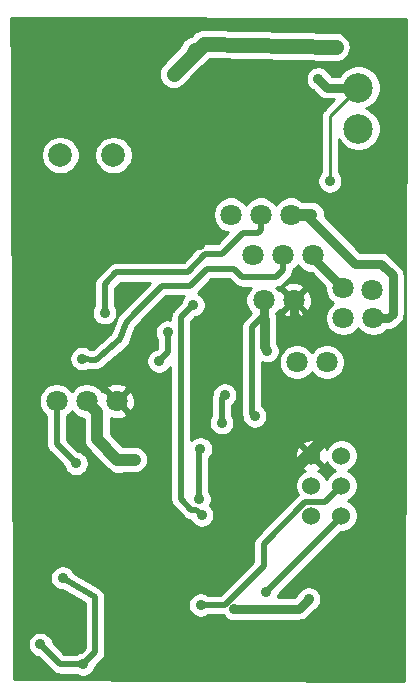
<source format=gbl>
G04 #@! TF.GenerationSoftware,KiCad,Pcbnew,5.1.5-52549c5~86~ubuntu18.04.1*
G04 #@! TF.CreationDate,2020-12-07T21:32:19-08:00*
G04 #@! TF.ProjectId,heat2sound_rx_rev04,68656174-3273-46f7-956e-645f72785f72,rev?*
G04 #@! TF.SameCoordinates,Original*
G04 #@! TF.FileFunction,Copper,L2,Bot*
G04 #@! TF.FilePolarity,Positive*
%FSLAX46Y46*%
G04 Gerber Fmt 4.6, Leading zero omitted, Abs format (unit mm)*
G04 Created by KiCad (PCBNEW 5.1.5-52549c5~86~ubuntu18.04.1) date 2020-12-07 21:32:19*
%MOMM*%
%LPD*%
G04 APERTURE LIST*
%ADD10C,1.800000*%
%ADD11C,2.500000*%
%ADD12C,1.998980*%
%ADD13C,1.524000*%
%ADD14C,0.889000*%
%ADD15C,0.762000*%
%ADD16C,0.508000*%
%ADD17C,0.254000*%
%ADD18C,1.016000*%
%ADD19C,1.270000*%
G04 APERTURE END LIST*
D10*
X182627000Y-120123000D03*
X180230000Y-119980000D03*
X180230000Y-122520000D03*
X182770000Y-122520000D03*
X176009840Y-121000000D03*
X173469840Y-121000000D03*
X176286160Y-126238000D03*
X178826160Y-126238000D03*
X175790000Y-113750000D03*
X173250000Y-113750000D03*
X170710000Y-113750000D03*
D11*
X181500000Y-102999940D03*
X181500000Y-106500060D03*
D10*
X177640000Y-117200000D03*
X175100000Y-117200000D03*
X172560000Y-117200000D03*
D12*
X160766760Y-108712000D03*
X156265880Y-108712000D03*
D13*
X180070000Y-139240000D03*
X180070000Y-136700000D03*
X180070000Y-134160000D03*
X177530000Y-134160000D03*
X177530000Y-136700000D03*
X177530000Y-139240000D03*
D10*
X155956000Y-129540000D03*
X158496000Y-129540000D03*
X161036000Y-129540000D03*
D14*
X173770000Y-125290000D03*
X172720000Y-130810000D03*
X179080000Y-110920000D03*
X178100000Y-102250000D03*
X160007500Y-122070000D03*
X170180000Y-129032000D03*
X169926000Y-131382500D03*
X170998625Y-147122625D03*
X177292000Y-146304000D03*
X165862000Y-101854000D03*
X179578000Y-99568000D03*
X169270000Y-109100000D03*
X154500000Y-116650000D03*
X183730000Y-116160000D03*
X166800000Y-116500000D03*
X166402500Y-107234858D03*
X169000000Y-121050000D03*
X168059735Y-116290265D03*
X156464000Y-137668000D03*
X156374000Y-145850000D03*
X157700000Y-149525000D03*
X164800000Y-142340000D03*
X160274000Y-143002000D03*
X184912000Y-97790000D03*
X164592000Y-98552000D03*
X156464000Y-98806000D03*
X181610000Y-150368000D03*
X174498000Y-150876000D03*
X172466000Y-138938000D03*
X181400000Y-128149940D03*
X176530000Y-129540000D03*
X158100000Y-125950000D03*
X164630000Y-126150000D03*
X165354000Y-123698000D03*
X168130000Y-133590000D03*
X168000000Y-137825000D03*
X154575000Y-150150000D03*
X156464000Y-144526000D03*
X158200000Y-151825000D03*
X173700000Y-145725000D03*
X168148000Y-146812000D03*
X157600000Y-134825000D03*
X162550000Y-134500000D03*
X161225000Y-134650000D03*
X168225000Y-139200000D03*
X167518202Y-121398967D03*
D15*
X173469840Y-124989840D02*
X173770000Y-125290000D01*
X173469840Y-121000000D02*
X173469840Y-124989840D01*
D16*
X173770000Y-122560000D02*
X173770000Y-125290000D01*
X173480000Y-122270000D02*
X173770000Y-122560000D01*
X172460000Y-123290000D02*
X173480000Y-122270000D01*
X172720000Y-130810000D02*
X172460000Y-130611383D01*
X172460000Y-130611383D02*
X172460000Y-123290000D01*
D17*
X179080000Y-105419940D02*
X179999940Y-104500000D01*
X179080000Y-110920000D02*
X179080000Y-105419940D01*
X179999940Y-104500000D02*
X181500000Y-102999940D01*
D15*
X181500000Y-102999940D02*
X178849940Y-102999940D01*
X178849940Y-102999940D02*
X178100000Y-102250000D01*
D18*
X177062792Y-113750000D02*
X175790000Y-113750000D01*
X177526792Y-113750000D02*
X177062792Y-113750000D01*
D15*
X184400000Y-122162792D02*
X184042792Y-122520000D01*
X184400000Y-118900000D02*
X184400000Y-122162792D01*
X183400000Y-117900000D02*
X184400000Y-118900000D01*
X184042792Y-122520000D02*
X182770000Y-122520000D01*
X181212792Y-117900000D02*
X183400000Y-117900000D01*
X177062792Y-113750000D02*
X181212792Y-117900000D01*
D16*
X160007500Y-122070000D02*
X160007500Y-119642500D01*
X161000000Y-118650000D02*
X167100000Y-118650000D01*
X160007500Y-119642500D02*
X161000000Y-118650000D01*
X173250000Y-115022792D02*
X172972792Y-115300000D01*
X173250000Y-113750000D02*
X173250000Y-115022792D01*
X172972792Y-115300000D02*
X171700000Y-115300000D01*
X171700000Y-115300000D02*
X169950000Y-117050000D01*
X169950000Y-117050000D02*
X168500000Y-117050000D01*
X167100000Y-118650000D02*
X168500000Y-117050000D01*
X169926000Y-129286000D02*
X170180000Y-129032000D01*
X169926000Y-131382500D02*
X169926000Y-129286000D01*
D15*
X170998625Y-147122625D02*
X176473375Y-147122625D01*
X176473375Y-147122625D02*
X177292000Y-146304000D01*
D19*
X167640000Y-99822000D02*
X167386000Y-100330000D01*
X167640000Y-100076000D02*
X167640000Y-99822000D01*
X165862000Y-101854000D02*
X167640000Y-100076000D01*
X168402000Y-99314000D02*
X165862000Y-101854000D01*
X179578000Y-99568000D02*
X168402000Y-99314000D01*
D15*
X176009840Y-122272792D02*
X176750000Y-123012952D01*
X176009840Y-121000000D02*
X176009840Y-122272792D01*
X176750000Y-123012952D02*
X176750000Y-123750000D01*
D18*
X179632234Y-128149940D02*
X178700000Y-129082174D01*
X178700000Y-129082174D02*
X178700000Y-132700000D01*
X178700000Y-132700000D02*
X176600000Y-134800000D01*
X176600000Y-134800000D02*
X171700000Y-134800000D01*
X162844799Y-128452501D02*
X162696149Y-128303851D01*
X164337499Y-128452501D02*
X162844799Y-128452501D01*
X165110000Y-127960000D02*
X164830000Y-127960000D01*
X164830000Y-127960000D02*
X164337499Y-128452501D01*
D16*
X168059735Y-115559735D02*
X168059735Y-116290265D01*
X167200000Y-114700000D02*
X168059735Y-115559735D01*
X160950000Y-114700000D02*
X167200000Y-114700000D01*
X159700000Y-117250000D02*
X159700000Y-115950000D01*
X159700000Y-115950000D02*
X160950000Y-114700000D01*
X153469499Y-142630501D02*
X154469499Y-142630501D01*
X153025000Y-143075000D02*
X153469499Y-142630501D01*
X156374000Y-145850000D02*
X156374000Y-146549000D01*
X156374000Y-146549000D02*
X157725000Y-147900000D01*
X157725000Y-149500000D02*
X157700000Y-149525000D01*
X157725000Y-147900000D02*
X157725000Y-149500000D01*
X155929501Y-146294499D02*
X155219499Y-146294499D01*
X156374000Y-145850000D02*
X155929501Y-146294499D01*
X155219499Y-146294499D02*
X153025000Y-144100000D01*
D18*
X181400000Y-128149940D02*
X179632234Y-128149940D01*
D15*
X177640000Y-117390000D02*
X180230000Y-119980000D01*
X177640000Y-117200000D02*
X177640000Y-117390000D01*
D16*
X175100000Y-118472792D02*
X175100000Y-117200000D01*
X171650000Y-119050000D02*
X174522792Y-119050000D01*
X170950000Y-118350000D02*
X171650000Y-119050000D01*
X167250000Y-119800000D02*
X168700000Y-118350000D01*
X168700000Y-118350000D02*
X170950000Y-118350000D01*
X159298501Y-126048501D02*
X161330000Y-124310000D01*
X158100000Y-125950000D02*
X159298501Y-126048501D01*
X161330000Y-124310000D02*
X161790000Y-122910000D01*
X174522792Y-119050000D02*
X175100000Y-118472792D01*
X162550000Y-122100000D02*
X164850000Y-119800000D01*
X164850000Y-119800000D02*
X167250000Y-119800000D01*
X161790000Y-122910000D02*
X162550000Y-122100000D01*
X165354000Y-125426000D02*
X164630000Y-126150000D01*
X165354000Y-123698000D02*
X165354000Y-125426000D01*
X168000000Y-133720000D02*
X168130000Y-133590000D01*
X168000000Y-137825000D02*
X168000000Y-133720000D01*
X156250000Y-151825000D02*
X154575000Y-150150000D01*
X159200000Y-150825000D02*
X158200000Y-151825000D01*
X156464000Y-144526000D02*
X159200000Y-146171383D01*
X159200000Y-146171383D02*
X159200000Y-150825000D01*
X158200000Y-151825000D02*
X156250000Y-151825000D01*
X180070000Y-139355000D02*
X180070000Y-139240000D01*
X173700000Y-145725000D02*
X180070000Y-139355000D01*
X176994319Y-138123999D02*
X173482000Y-141636318D01*
X180070000Y-136700000D02*
X178646001Y-138123999D01*
X178646001Y-138123999D02*
X176994319Y-138123999D01*
X173482000Y-141636318D02*
X173482000Y-143510000D01*
X173482000Y-143510000D02*
X170180000Y-146812000D01*
X170180000Y-146812000D02*
X168148000Y-146812000D01*
X157155501Y-134380501D02*
X157130501Y-134380501D01*
X157600000Y-134825000D02*
X157155501Y-134380501D01*
X155956000Y-133206000D02*
X155956000Y-129540000D01*
X157130501Y-134380501D02*
X155956000Y-133206000D01*
D18*
X159395999Y-130439999D02*
X159395999Y-132795999D01*
X158496000Y-129540000D02*
X159395999Y-130439999D01*
X159395999Y-132795999D02*
X161100000Y-134500000D01*
X161100000Y-134500000D02*
X162550000Y-134500000D01*
D16*
X167780501Y-138755501D02*
X167355501Y-138755501D01*
X168225000Y-139200000D02*
X167780501Y-138755501D01*
X166474990Y-137874990D02*
X167355501Y-138755501D01*
X167518202Y-121398967D02*
X166474990Y-122442179D01*
X166474990Y-122442179D02*
X166474990Y-137874990D01*
D17*
G36*
X185521518Y-97185783D02*
G01*
X185397082Y-153230533D01*
X152352692Y-153115465D01*
X152340351Y-150044466D01*
X153503500Y-150044466D01*
X153503500Y-150255534D01*
X153544677Y-150462545D01*
X153625449Y-150657546D01*
X153742711Y-150833042D01*
X153891958Y-150982289D01*
X154067454Y-151099551D01*
X154262455Y-151180323D01*
X154383474Y-151204395D01*
X155596439Y-152417361D01*
X155624025Y-152450975D01*
X155657637Y-152478559D01*
X155758174Y-152561068D01*
X155911225Y-152642875D01*
X156077294Y-152693252D01*
X156206727Y-152706000D01*
X156206730Y-152706000D01*
X156250000Y-152710262D01*
X156293270Y-152706000D01*
X157589860Y-152706000D01*
X157692454Y-152774551D01*
X157887455Y-152855323D01*
X158094466Y-152896500D01*
X158305534Y-152896500D01*
X158512545Y-152855323D01*
X158707546Y-152774551D01*
X158883042Y-152657289D01*
X159032289Y-152508042D01*
X159149551Y-152332546D01*
X159230323Y-152137545D01*
X159254395Y-152016527D01*
X159792366Y-151478557D01*
X159825975Y-151450975D01*
X159853557Y-151417366D01*
X159853560Y-151417363D01*
X159936068Y-151316825D01*
X160017875Y-151163775D01*
X160037357Y-151099551D01*
X160068252Y-150997706D01*
X160081000Y-150868273D01*
X160081000Y-150868270D01*
X160085262Y-150825000D01*
X160081000Y-150781730D01*
X160081000Y-146706466D01*
X167076500Y-146706466D01*
X167076500Y-146917534D01*
X167117677Y-147124545D01*
X167198449Y-147319546D01*
X167315711Y-147495042D01*
X167464958Y-147644289D01*
X167640454Y-147761551D01*
X167835455Y-147842323D01*
X168042466Y-147883500D01*
X168253534Y-147883500D01*
X168460545Y-147842323D01*
X168655546Y-147761551D01*
X168758140Y-147693000D01*
X170091055Y-147693000D01*
X170166336Y-147805667D01*
X170315583Y-147954914D01*
X170491079Y-148072176D01*
X170686080Y-148152948D01*
X170893091Y-148194125D01*
X171104159Y-148194125D01*
X171311170Y-148152948D01*
X171365063Y-148130625D01*
X176423868Y-148130625D01*
X176473375Y-148135501D01*
X176522882Y-148130625D01*
X176522893Y-148130625D01*
X176670978Y-148116040D01*
X176860986Y-148058401D01*
X177036099Y-147964801D01*
X177189587Y-147838837D01*
X177221151Y-147800376D01*
X177745653Y-147275874D01*
X177799546Y-147253551D01*
X177975042Y-147136289D01*
X178124289Y-146987042D01*
X178241551Y-146811546D01*
X178322323Y-146616545D01*
X178363500Y-146409534D01*
X178363500Y-146198466D01*
X178322323Y-145991455D01*
X178241551Y-145796454D01*
X178124289Y-145620958D01*
X177975042Y-145471711D01*
X177799546Y-145354449D01*
X177604545Y-145273677D01*
X177397534Y-145232500D01*
X177186466Y-145232500D01*
X176979455Y-145273677D01*
X176784454Y-145354449D01*
X176608958Y-145471711D01*
X176459711Y-145620958D01*
X176342449Y-145796454D01*
X176320126Y-145850347D01*
X176055848Y-146114625D01*
X174698395Y-146114625D01*
X174730323Y-146037545D01*
X174754395Y-145916526D01*
X180041922Y-140629000D01*
X180206805Y-140629000D01*
X180475156Y-140575622D01*
X180727938Y-140470916D01*
X180955436Y-140318907D01*
X181148907Y-140125436D01*
X181300916Y-139897938D01*
X181405622Y-139645156D01*
X181459000Y-139376805D01*
X181459000Y-139103195D01*
X181405622Y-138834844D01*
X181300916Y-138582062D01*
X181148907Y-138354564D01*
X180955436Y-138161093D01*
X180727938Y-138009084D01*
X180633581Y-137970000D01*
X180727938Y-137930916D01*
X180955436Y-137778907D01*
X181148907Y-137585436D01*
X181300916Y-137357938D01*
X181405622Y-137105156D01*
X181459000Y-136836805D01*
X181459000Y-136563195D01*
X181405622Y-136294844D01*
X181300916Y-136042062D01*
X181148907Y-135814564D01*
X180955436Y-135621093D01*
X180727938Y-135469084D01*
X180633581Y-135430000D01*
X180727938Y-135390916D01*
X180955436Y-135238907D01*
X181148907Y-135045436D01*
X181300916Y-134817938D01*
X181405622Y-134565156D01*
X181459000Y-134296805D01*
X181459000Y-134023195D01*
X181405622Y-133754844D01*
X181300916Y-133502062D01*
X181148907Y-133274564D01*
X180955436Y-133081093D01*
X180727938Y-132929084D01*
X180475156Y-132824378D01*
X180206805Y-132771000D01*
X179933195Y-132771000D01*
X179664844Y-132824378D01*
X179412062Y-132929084D01*
X179184564Y-133081093D01*
X178991093Y-133274564D01*
X178839084Y-133502062D01*
X178806336Y-133581122D01*
X178797636Y-133556977D01*
X178735656Y-133441020D01*
X178495565Y-133374040D01*
X177709605Y-134160000D01*
X178495565Y-134945960D01*
X178735656Y-134878980D01*
X178804088Y-134733451D01*
X178839084Y-134817938D01*
X178991093Y-135045436D01*
X179184564Y-135238907D01*
X179412062Y-135390916D01*
X179506419Y-135430000D01*
X179412062Y-135469084D01*
X179184564Y-135621093D01*
X178991093Y-135814564D01*
X178839084Y-136042062D01*
X178800000Y-136136419D01*
X178760916Y-136042062D01*
X178608907Y-135814564D01*
X178415436Y-135621093D01*
X178187938Y-135469084D01*
X178108878Y-135436336D01*
X178133023Y-135427636D01*
X178248980Y-135365656D01*
X178315960Y-135125565D01*
X177530000Y-134339605D01*
X176744040Y-135125565D01*
X176811020Y-135365656D01*
X176956549Y-135434088D01*
X176872062Y-135469084D01*
X176644564Y-135621093D01*
X176451093Y-135814564D01*
X176299084Y-136042062D01*
X176194378Y-136294844D01*
X176141000Y-136563195D01*
X176141000Y-136836805D01*
X176194378Y-137105156D01*
X176299084Y-137357938D01*
X176384065Y-137485122D01*
X176368344Y-137498024D01*
X176340759Y-137531637D01*
X172889645Y-140982752D01*
X172856025Y-141010343D01*
X172783021Y-141099301D01*
X172745932Y-141144493D01*
X172664126Y-141297543D01*
X172664125Y-141297544D01*
X172613748Y-141463613D01*
X172601000Y-141593045D01*
X172596738Y-141636318D01*
X172601000Y-141679589D01*
X172601001Y-143145077D01*
X169815079Y-145931000D01*
X168758140Y-145931000D01*
X168655546Y-145862449D01*
X168460545Y-145781677D01*
X168253534Y-145740500D01*
X168042466Y-145740500D01*
X167835455Y-145781677D01*
X167640454Y-145862449D01*
X167464958Y-145979711D01*
X167315711Y-146128958D01*
X167198449Y-146304454D01*
X167117677Y-146499455D01*
X167076500Y-146706466D01*
X160081000Y-146706466D01*
X160081000Y-146193628D01*
X160084258Y-146129248D01*
X160074702Y-146064162D01*
X160068252Y-145998677D01*
X160062118Y-145978455D01*
X160059048Y-145957548D01*
X160036973Y-145895566D01*
X160017875Y-145832608D01*
X160007914Y-145813972D01*
X160000824Y-145794065D01*
X159967084Y-145737584D01*
X159936068Y-145679558D01*
X159922661Y-145663222D01*
X159911825Y-145645082D01*
X159867718Y-145596273D01*
X159825975Y-145545408D01*
X159809640Y-145532002D01*
X159795472Y-145516324D01*
X159742675Y-145477047D01*
X159691824Y-145435315D01*
X159634972Y-145404927D01*
X157441435Y-144085773D01*
X157413551Y-144018454D01*
X157296289Y-143842958D01*
X157147042Y-143693711D01*
X156971546Y-143576449D01*
X156776545Y-143495677D01*
X156569534Y-143454500D01*
X156358466Y-143454500D01*
X156151455Y-143495677D01*
X155956454Y-143576449D01*
X155780958Y-143693711D01*
X155631711Y-143842958D01*
X155514449Y-144018454D01*
X155433677Y-144213455D01*
X155392500Y-144420466D01*
X155392500Y-144631534D01*
X155433677Y-144838545D01*
X155514449Y-145033546D01*
X155631711Y-145209042D01*
X155780958Y-145358289D01*
X155956454Y-145475551D01*
X156151455Y-145556323D01*
X156358466Y-145597500D01*
X156536267Y-145597500D01*
X158319000Y-146669605D01*
X158319001Y-150460077D01*
X158008473Y-150770605D01*
X157887455Y-150794677D01*
X157692454Y-150875449D01*
X157589860Y-150944000D01*
X156614922Y-150944000D01*
X155629395Y-149958474D01*
X155605323Y-149837455D01*
X155524551Y-149642454D01*
X155407289Y-149466958D01*
X155258042Y-149317711D01*
X155082546Y-149200449D01*
X154887545Y-149119677D01*
X154680534Y-149078500D01*
X154469466Y-149078500D01*
X154262455Y-149119677D01*
X154067454Y-149200449D01*
X153891958Y-149317711D01*
X153742711Y-149466958D01*
X153625449Y-149642454D01*
X153544677Y-149837455D01*
X153503500Y-150044466D01*
X152340351Y-150044466D01*
X152257347Y-129389604D01*
X154429000Y-129389604D01*
X154429000Y-129690396D01*
X154487681Y-129985410D01*
X154602790Y-130263306D01*
X154769901Y-130513406D01*
X154982594Y-130726099D01*
X155075001Y-130787843D01*
X155075000Y-133162730D01*
X155070738Y-133206000D01*
X155075000Y-133249270D01*
X155075000Y-133249272D01*
X155087748Y-133378705D01*
X155128259Y-133512249D01*
X155138125Y-133544774D01*
X155219932Y-133697825D01*
X155238131Y-133720000D01*
X155330025Y-133831975D01*
X155363644Y-133859566D01*
X156476940Y-134972862D01*
X156504526Y-135006476D01*
X156551230Y-135044804D01*
X156569677Y-135137545D01*
X156650449Y-135332546D01*
X156767711Y-135508042D01*
X156916958Y-135657289D01*
X157092454Y-135774551D01*
X157287455Y-135855323D01*
X157494466Y-135896500D01*
X157705534Y-135896500D01*
X157912545Y-135855323D01*
X158107546Y-135774551D01*
X158283042Y-135657289D01*
X158432289Y-135508042D01*
X158549551Y-135332546D01*
X158630323Y-135137545D01*
X158671500Y-134930534D01*
X158671500Y-134719466D01*
X158630323Y-134512455D01*
X158549551Y-134317454D01*
X158432289Y-134141958D01*
X158283042Y-133992711D01*
X158107546Y-133875449D01*
X157912545Y-133794677D01*
X157795285Y-133771353D01*
X157781476Y-133754526D01*
X157647326Y-133644433D01*
X157632350Y-133636428D01*
X156837000Y-132841079D01*
X156837000Y-130787843D01*
X156929406Y-130726099D01*
X157142099Y-130513406D01*
X157226000Y-130387839D01*
X157309901Y-130513406D01*
X157522594Y-130726099D01*
X157772694Y-130893210D01*
X158050590Y-131008319D01*
X158260999Y-131050171D01*
X158261000Y-132740238D01*
X158255508Y-132795999D01*
X158277422Y-133018497D01*
X158342323Y-133232445D01*
X158391383Y-133324229D01*
X158447716Y-133429622D01*
X158589551Y-133602448D01*
X158632859Y-133637990D01*
X160258009Y-135263140D01*
X160293551Y-135306449D01*
X160466377Y-135448284D01*
X160589790Y-135514249D01*
X160717454Y-135599551D01*
X160912455Y-135680323D01*
X161119466Y-135721500D01*
X161330534Y-135721500D01*
X161537545Y-135680323D01*
X161646964Y-135635000D01*
X162605752Y-135635000D01*
X162772499Y-135618577D01*
X162986447Y-135553676D01*
X163183623Y-135448284D01*
X163356449Y-135306449D01*
X163498284Y-135133623D01*
X163603676Y-134936447D01*
X163668577Y-134722499D01*
X163690491Y-134500000D01*
X163668577Y-134277501D01*
X163603676Y-134063553D01*
X163498284Y-133866377D01*
X163356449Y-133693551D01*
X163183623Y-133551716D01*
X162986447Y-133446324D01*
X162772499Y-133381423D01*
X162605752Y-133365000D01*
X161570132Y-133365000D01*
X160530999Y-132325868D01*
X160530999Y-130995122D01*
X160800642Y-131064365D01*
X161102553Y-131080991D01*
X161401907Y-131038397D01*
X161687199Y-130938222D01*
X161836792Y-130858261D01*
X161920475Y-130604080D01*
X161036000Y-129719605D01*
X161021858Y-129733748D01*
X160842253Y-129554143D01*
X160856395Y-129540000D01*
X161215605Y-129540000D01*
X162100080Y-130424475D01*
X162354261Y-130340792D01*
X162485158Y-130068225D01*
X162560365Y-129775358D01*
X162576991Y-129473447D01*
X162534397Y-129174093D01*
X162434222Y-128888801D01*
X162354261Y-128739208D01*
X162100080Y-128655525D01*
X161215605Y-129540000D01*
X160856395Y-129540000D01*
X159971920Y-128655525D01*
X159783065Y-128717701D01*
X159682099Y-128566594D01*
X159591425Y-128475920D01*
X160151525Y-128475920D01*
X161036000Y-129360395D01*
X161920475Y-128475920D01*
X161836792Y-128221739D01*
X161564225Y-128090842D01*
X161271358Y-128015635D01*
X160969447Y-127999009D01*
X160670093Y-128041603D01*
X160384801Y-128141778D01*
X160235208Y-128221739D01*
X160151525Y-128475920D01*
X159591425Y-128475920D01*
X159469406Y-128353901D01*
X159219306Y-128186790D01*
X158941410Y-128071681D01*
X158646396Y-128013000D01*
X158345604Y-128013000D01*
X158050590Y-128071681D01*
X157772694Y-128186790D01*
X157522594Y-128353901D01*
X157309901Y-128566594D01*
X157226000Y-128692161D01*
X157142099Y-128566594D01*
X156929406Y-128353901D01*
X156679306Y-128186790D01*
X156401410Y-128071681D01*
X156106396Y-128013000D01*
X155805604Y-128013000D01*
X155510590Y-128071681D01*
X155232694Y-128186790D01*
X154982594Y-128353901D01*
X154769901Y-128566594D01*
X154602790Y-128816694D01*
X154487681Y-129094590D01*
X154429000Y-129389604D01*
X152257347Y-129389604D01*
X152243101Y-125844466D01*
X157028500Y-125844466D01*
X157028500Y-126055534D01*
X157069677Y-126262545D01*
X157150449Y-126457546D01*
X157267711Y-126633042D01*
X157416958Y-126782289D01*
X157592454Y-126899551D01*
X157787455Y-126980323D01*
X157994466Y-127021500D01*
X158205534Y-127021500D01*
X158412545Y-126980323D01*
X158607546Y-126899551D01*
X158639353Y-126878298D01*
X159185170Y-126923157D01*
X159229907Y-126931101D01*
X159314646Y-126929354D01*
X159399507Y-126927981D01*
X159401436Y-126927565D01*
X159403411Y-126927524D01*
X159486367Y-126909238D01*
X159569144Y-126891376D01*
X159570951Y-126890593D01*
X159572884Y-126890167D01*
X159650696Y-126856041D01*
X159728381Y-126822381D01*
X159730003Y-126821259D01*
X159731813Y-126820465D01*
X159801310Y-126771927D01*
X159871098Y-126723646D01*
X159902710Y-126690995D01*
X161855316Y-125020009D01*
X161875763Y-125007015D01*
X161921082Y-124963728D01*
X161935695Y-124951223D01*
X161952398Y-124933817D01*
X162001257Y-124887149D01*
X162012359Y-124871332D01*
X162025746Y-124857381D01*
X162062136Y-124800412D01*
X162100956Y-124745103D01*
X162108760Y-124727421D01*
X162119166Y-124711130D01*
X162143736Y-124648173D01*
X162153470Y-124626117D01*
X162159471Y-124607853D01*
X162182258Y-124549464D01*
X162186494Y-124525609D01*
X162566043Y-123370460D01*
X163182896Y-122713025D01*
X165214922Y-120681000D01*
X166720838Y-120681000D01*
X166685913Y-120715925D01*
X166568651Y-120891421D01*
X166487879Y-121086422D01*
X166463807Y-121207440D01*
X165882634Y-121788614D01*
X165849015Y-121816204D01*
X165780456Y-121899745D01*
X165738922Y-121950354D01*
X165678135Y-122064080D01*
X165657115Y-122103405D01*
X165606738Y-122269474D01*
X165593990Y-122398906D01*
X165589728Y-122442179D01*
X165593990Y-122485449D01*
X165593990Y-122653245D01*
X165459534Y-122626500D01*
X165248466Y-122626500D01*
X165041455Y-122667677D01*
X164846454Y-122748449D01*
X164670958Y-122865711D01*
X164521711Y-123014958D01*
X164404449Y-123190454D01*
X164323677Y-123385455D01*
X164282500Y-123592466D01*
X164282500Y-123803534D01*
X164323677Y-124010545D01*
X164404449Y-124205546D01*
X164473000Y-124308141D01*
X164473001Y-125061078D01*
X164438473Y-125095605D01*
X164317455Y-125119677D01*
X164122454Y-125200449D01*
X163946958Y-125317711D01*
X163797711Y-125466958D01*
X163680449Y-125642454D01*
X163599677Y-125837455D01*
X163558500Y-126044466D01*
X163558500Y-126255534D01*
X163599677Y-126462545D01*
X163680449Y-126657546D01*
X163797711Y-126833042D01*
X163946958Y-126982289D01*
X164122454Y-127099551D01*
X164317455Y-127180323D01*
X164524466Y-127221500D01*
X164735534Y-127221500D01*
X164942545Y-127180323D01*
X165137546Y-127099551D01*
X165313042Y-126982289D01*
X165462289Y-126833042D01*
X165579551Y-126657546D01*
X165593990Y-126622686D01*
X165593991Y-137831710D01*
X165589728Y-137874990D01*
X165606739Y-138047695D01*
X165657115Y-138213764D01*
X165738922Y-138366815D01*
X165779884Y-138416727D01*
X165849016Y-138500965D01*
X165882630Y-138528551D01*
X166701940Y-139347861D01*
X166729526Y-139381476D01*
X166763138Y-139409060D01*
X166863675Y-139491569D01*
X166931285Y-139527707D01*
X167016726Y-139573376D01*
X167182795Y-139623753D01*
X167243205Y-139629703D01*
X167275449Y-139707546D01*
X167392711Y-139883042D01*
X167541958Y-140032289D01*
X167717454Y-140149551D01*
X167912455Y-140230323D01*
X168119466Y-140271500D01*
X168330534Y-140271500D01*
X168537545Y-140230323D01*
X168732546Y-140149551D01*
X168908042Y-140032289D01*
X169057289Y-139883042D01*
X169174551Y-139707546D01*
X169255323Y-139512545D01*
X169296500Y-139305534D01*
X169296500Y-139094466D01*
X169255323Y-138887455D01*
X169174551Y-138692454D01*
X169057289Y-138516958D01*
X168918840Y-138378509D01*
X168949551Y-138332546D01*
X169030323Y-138137545D01*
X169071500Y-137930534D01*
X169071500Y-137719466D01*
X169030323Y-137512455D01*
X168949551Y-137317454D01*
X168881000Y-137214860D01*
X168881000Y-134354331D01*
X168962289Y-134273042D01*
X168989700Y-134232017D01*
X176128090Y-134232017D01*
X176169078Y-134504133D01*
X176262364Y-134763023D01*
X176324344Y-134878980D01*
X176564435Y-134945960D01*
X177350395Y-134160000D01*
X176564435Y-133374040D01*
X176324344Y-133441020D01*
X176207244Y-133690048D01*
X176140977Y-133957135D01*
X176128090Y-134232017D01*
X168989700Y-134232017D01*
X169079551Y-134097546D01*
X169160323Y-133902545D01*
X169201500Y-133695534D01*
X169201500Y-133484466D01*
X169160323Y-133277455D01*
X169125936Y-133194435D01*
X176744040Y-133194435D01*
X177530000Y-133980395D01*
X178315960Y-133194435D01*
X178248980Y-132954344D01*
X177999952Y-132837244D01*
X177732865Y-132770977D01*
X177457983Y-132758090D01*
X177185867Y-132799078D01*
X176926977Y-132892364D01*
X176811020Y-132954344D01*
X176744040Y-133194435D01*
X169125936Y-133194435D01*
X169079551Y-133082454D01*
X168962289Y-132906958D01*
X168813042Y-132757711D01*
X168637546Y-132640449D01*
X168442545Y-132559677D01*
X168235534Y-132518500D01*
X168024466Y-132518500D01*
X167817455Y-132559677D01*
X167622454Y-132640449D01*
X167446958Y-132757711D01*
X167355990Y-132848679D01*
X167355990Y-131276966D01*
X168854500Y-131276966D01*
X168854500Y-131488034D01*
X168895677Y-131695045D01*
X168976449Y-131890046D01*
X169093711Y-132065542D01*
X169242958Y-132214789D01*
X169418454Y-132332051D01*
X169613455Y-132412823D01*
X169820466Y-132454000D01*
X170031534Y-132454000D01*
X170238545Y-132412823D01*
X170433546Y-132332051D01*
X170609042Y-132214789D01*
X170758289Y-132065542D01*
X170875551Y-131890046D01*
X170956323Y-131695045D01*
X170997500Y-131488034D01*
X170997500Y-131276966D01*
X170956323Y-131069955D01*
X170875551Y-130874954D01*
X170807000Y-130772360D01*
X170807000Y-129901735D01*
X170863042Y-129864289D01*
X171012289Y-129715042D01*
X171129551Y-129539546D01*
X171210323Y-129344545D01*
X171251500Y-129137534D01*
X171251500Y-128926466D01*
X171210323Y-128719455D01*
X171129551Y-128524454D01*
X171012289Y-128348958D01*
X170863042Y-128199711D01*
X170687546Y-128082449D01*
X170492545Y-128001677D01*
X170285534Y-127960500D01*
X170074466Y-127960500D01*
X169867455Y-128001677D01*
X169672454Y-128082449D01*
X169496958Y-128199711D01*
X169347711Y-128348958D01*
X169230449Y-128524454D01*
X169149677Y-128719455D01*
X169108500Y-128926466D01*
X169108500Y-128946524D01*
X169108125Y-128947226D01*
X169057749Y-129113295D01*
X169040738Y-129286000D01*
X169045001Y-129329280D01*
X169045000Y-130772359D01*
X168976449Y-130874954D01*
X168895677Y-131069955D01*
X168854500Y-131276966D01*
X167355990Y-131276966D01*
X167355990Y-122807101D01*
X167709729Y-122453362D01*
X167830747Y-122429290D01*
X168025748Y-122348518D01*
X168201244Y-122231256D01*
X168350491Y-122082009D01*
X168467753Y-121906513D01*
X168548525Y-121711512D01*
X168589702Y-121504501D01*
X168589702Y-121293433D01*
X168548525Y-121086422D01*
X168467753Y-120891421D01*
X168350491Y-120715925D01*
X168201244Y-120566678D01*
X168025748Y-120449416D01*
X167899615Y-120397170D01*
X167903566Y-120392355D01*
X169064922Y-119231000D01*
X170585079Y-119231000D01*
X170996438Y-119642360D01*
X171024025Y-119675975D01*
X171057637Y-119703559D01*
X171158174Y-119786068D01*
X171212686Y-119815205D01*
X171311225Y-119867875D01*
X171477294Y-119918252D01*
X171606727Y-119931000D01*
X171606736Y-119931000D01*
X171649999Y-119935261D01*
X171693262Y-119931000D01*
X172379335Y-119931000D01*
X172283741Y-120026594D01*
X172116630Y-120276694D01*
X172001521Y-120554590D01*
X171942840Y-120849604D01*
X171942840Y-121150396D01*
X172001521Y-121445410D01*
X172116630Y-121723306D01*
X172283741Y-121973406D01*
X172407207Y-122096872D01*
X171867640Y-122636439D01*
X171834026Y-122664025D01*
X171806441Y-122697638D01*
X171723932Y-122798175D01*
X171642125Y-122951226D01*
X171621399Y-123019551D01*
X171593885Y-123110255D01*
X171591749Y-123117295D01*
X171574738Y-123290000D01*
X171579001Y-123333280D01*
X171579000Y-130540113D01*
X171576512Y-130555387D01*
X171579000Y-130626699D01*
X171579000Y-130654655D01*
X171580510Y-130669991D01*
X171582563Y-130728822D01*
X171588996Y-130756145D01*
X171591748Y-130784088D01*
X171608842Y-130840437D01*
X171622334Y-130897745D01*
X171633975Y-130923292D01*
X171642125Y-130950157D01*
X171663247Y-130989674D01*
X171689677Y-131122545D01*
X171770449Y-131317546D01*
X171887711Y-131493042D01*
X172036958Y-131642289D01*
X172212454Y-131759551D01*
X172407455Y-131840323D01*
X172614466Y-131881500D01*
X172825534Y-131881500D01*
X173032545Y-131840323D01*
X173227546Y-131759551D01*
X173403042Y-131642289D01*
X173552289Y-131493042D01*
X173669551Y-131317546D01*
X173750323Y-131122545D01*
X173791500Y-130915534D01*
X173791500Y-130704466D01*
X173750323Y-130497455D01*
X173669551Y-130302454D01*
X173552289Y-130126958D01*
X173403042Y-129977711D01*
X173341000Y-129936256D01*
X173341000Y-126272086D01*
X173457455Y-126320323D01*
X173664466Y-126361500D01*
X173875534Y-126361500D01*
X174082545Y-126320323D01*
X174277546Y-126239551D01*
X174453042Y-126122289D01*
X174487727Y-126087604D01*
X174759160Y-126087604D01*
X174759160Y-126388396D01*
X174817841Y-126683410D01*
X174932950Y-126961306D01*
X175100061Y-127211406D01*
X175312754Y-127424099D01*
X175562854Y-127591210D01*
X175840750Y-127706319D01*
X176135764Y-127765000D01*
X176436556Y-127765000D01*
X176731570Y-127706319D01*
X177009466Y-127591210D01*
X177259566Y-127424099D01*
X177472259Y-127211406D01*
X177556160Y-127085839D01*
X177640061Y-127211406D01*
X177852754Y-127424099D01*
X178102854Y-127591210D01*
X178380750Y-127706319D01*
X178675764Y-127765000D01*
X178976556Y-127765000D01*
X179271570Y-127706319D01*
X179549466Y-127591210D01*
X179799566Y-127424099D01*
X180012259Y-127211406D01*
X180179370Y-126961306D01*
X180294479Y-126683410D01*
X180353160Y-126388396D01*
X180353160Y-126087604D01*
X180294479Y-125792590D01*
X180179370Y-125514694D01*
X180012259Y-125264594D01*
X179799566Y-125051901D01*
X179549466Y-124884790D01*
X179271570Y-124769681D01*
X178976556Y-124711000D01*
X178675764Y-124711000D01*
X178380750Y-124769681D01*
X178102854Y-124884790D01*
X177852754Y-125051901D01*
X177640061Y-125264594D01*
X177556160Y-125390161D01*
X177472259Y-125264594D01*
X177259566Y-125051901D01*
X177009466Y-124884790D01*
X176731570Y-124769681D01*
X176436556Y-124711000D01*
X176135764Y-124711000D01*
X175840750Y-124769681D01*
X175562854Y-124884790D01*
X175312754Y-125051901D01*
X175100061Y-125264594D01*
X174932950Y-125514694D01*
X174817841Y-125792590D01*
X174759160Y-126087604D01*
X174487727Y-126087604D01*
X174602289Y-125973042D01*
X174719551Y-125797546D01*
X174800323Y-125602545D01*
X174841500Y-125395534D01*
X174841500Y-125184466D01*
X174800323Y-124977455D01*
X174719551Y-124782454D01*
X174651000Y-124679860D01*
X174651000Y-122603270D01*
X174655262Y-122560000D01*
X174651000Y-122516727D01*
X174638252Y-122387294D01*
X174587875Y-122221225D01*
X174525262Y-122104083D01*
X174565265Y-122064080D01*
X175125365Y-122064080D01*
X175209048Y-122318261D01*
X175481615Y-122449158D01*
X175774482Y-122524365D01*
X176076393Y-122540991D01*
X176375747Y-122498397D01*
X176661039Y-122398222D01*
X176810632Y-122318261D01*
X176894315Y-122064080D01*
X176009840Y-121179605D01*
X175125365Y-122064080D01*
X174565265Y-122064080D01*
X174655939Y-121973406D01*
X174756905Y-121822299D01*
X174945760Y-121884475D01*
X175830235Y-121000000D01*
X176189445Y-121000000D01*
X177073920Y-121884475D01*
X177328101Y-121800792D01*
X177458998Y-121528225D01*
X177534205Y-121235358D01*
X177550831Y-120933447D01*
X177508237Y-120634093D01*
X177408062Y-120348801D01*
X177328101Y-120199208D01*
X177073920Y-120115525D01*
X176189445Y-121000000D01*
X175830235Y-121000000D01*
X174945760Y-120115525D01*
X174756905Y-120177701D01*
X174655939Y-120026594D01*
X174565265Y-119935920D01*
X175125365Y-119935920D01*
X176009840Y-120820395D01*
X176894315Y-119935920D01*
X176810632Y-119681739D01*
X176538065Y-119550842D01*
X176245198Y-119475635D01*
X175943287Y-119459009D01*
X175643933Y-119501603D01*
X175358641Y-119601778D01*
X175209048Y-119681739D01*
X175125365Y-119935920D01*
X174565265Y-119935920D01*
X174560858Y-119931513D01*
X174566062Y-119931000D01*
X174566065Y-119931000D01*
X174695498Y-119918252D01*
X174861567Y-119867875D01*
X175014617Y-119786068D01*
X175148767Y-119675975D01*
X175176358Y-119642355D01*
X175692356Y-119126357D01*
X175725975Y-119098767D01*
X175802734Y-119005235D01*
X175836068Y-118964618D01*
X175901701Y-118841826D01*
X175917875Y-118811567D01*
X175968252Y-118645498D01*
X175981000Y-118516065D01*
X175981000Y-118516063D01*
X175985262Y-118472793D01*
X175982693Y-118446711D01*
X176073406Y-118386099D01*
X176286099Y-118173406D01*
X176370000Y-118047839D01*
X176453901Y-118173406D01*
X176666594Y-118386099D01*
X176916694Y-118553210D01*
X177194590Y-118668319D01*
X177489604Y-118727000D01*
X177551473Y-118727000D01*
X178703000Y-119878528D01*
X178703000Y-120130396D01*
X178761681Y-120425410D01*
X178876790Y-120703306D01*
X179043901Y-120953406D01*
X179256594Y-121166099D01*
X179382161Y-121250000D01*
X179256594Y-121333901D01*
X179043901Y-121546594D01*
X178876790Y-121796694D01*
X178761681Y-122074590D01*
X178703000Y-122369604D01*
X178703000Y-122670396D01*
X178761681Y-122965410D01*
X178876790Y-123243306D01*
X179043901Y-123493406D01*
X179256594Y-123706099D01*
X179506694Y-123873210D01*
X179784590Y-123988319D01*
X180079604Y-124047000D01*
X180380396Y-124047000D01*
X180675410Y-123988319D01*
X180953306Y-123873210D01*
X181203406Y-123706099D01*
X181416099Y-123493406D01*
X181500000Y-123367839D01*
X181583901Y-123493406D01*
X181796594Y-123706099D01*
X182046694Y-123873210D01*
X182324590Y-123988319D01*
X182619604Y-124047000D01*
X182920396Y-124047000D01*
X183215410Y-123988319D01*
X183493306Y-123873210D01*
X183743406Y-123706099D01*
X183921505Y-123528000D01*
X183993285Y-123528000D01*
X184042792Y-123532876D01*
X184092299Y-123528000D01*
X184092310Y-123528000D01*
X184240395Y-123513415D01*
X184430403Y-123455776D01*
X184605516Y-123362176D01*
X184759004Y-123236212D01*
X184790569Y-123197750D01*
X185077746Y-122910572D01*
X185116212Y-122879004D01*
X185242176Y-122725516D01*
X185335776Y-122550403D01*
X185393415Y-122360395D01*
X185408000Y-122212310D01*
X185408000Y-122212300D01*
X185412876Y-122162793D01*
X185408000Y-122113286D01*
X185408000Y-118949515D01*
X185412877Y-118900000D01*
X185407147Y-118841825D01*
X185393415Y-118702397D01*
X185335776Y-118512389D01*
X185317018Y-118477295D01*
X185242177Y-118337276D01*
X185147778Y-118222251D01*
X185147776Y-118222249D01*
X185116212Y-118183788D01*
X185077751Y-118152224D01*
X184147776Y-117222249D01*
X184116212Y-117183788D01*
X184075629Y-117150482D01*
X183962724Y-117057824D01*
X183905606Y-117027294D01*
X183787611Y-116964224D01*
X183597603Y-116906585D01*
X183449518Y-116892000D01*
X183449507Y-116892000D01*
X183400000Y-116887124D01*
X183350493Y-116892000D01*
X181630319Y-116892000D01*
X178651237Y-113912918D01*
X178667283Y-113750000D01*
X178645369Y-113527501D01*
X178580468Y-113313553D01*
X178475076Y-113116377D01*
X178333241Y-112943551D01*
X178160415Y-112801716D01*
X177963239Y-112696324D01*
X177749291Y-112631423D01*
X177582544Y-112615000D01*
X176814505Y-112615000D01*
X176763406Y-112563901D01*
X176513306Y-112396790D01*
X176235410Y-112281681D01*
X175940396Y-112223000D01*
X175639604Y-112223000D01*
X175344590Y-112281681D01*
X175066694Y-112396790D01*
X174816594Y-112563901D01*
X174603901Y-112776594D01*
X174520000Y-112902161D01*
X174436099Y-112776594D01*
X174223406Y-112563901D01*
X173973306Y-112396790D01*
X173695410Y-112281681D01*
X173400396Y-112223000D01*
X173099604Y-112223000D01*
X172804590Y-112281681D01*
X172526694Y-112396790D01*
X172276594Y-112563901D01*
X172063901Y-112776594D01*
X171980000Y-112902161D01*
X171896099Y-112776594D01*
X171683406Y-112563901D01*
X171433306Y-112396790D01*
X171155410Y-112281681D01*
X170860396Y-112223000D01*
X170559604Y-112223000D01*
X170264590Y-112281681D01*
X169986694Y-112396790D01*
X169736594Y-112563901D01*
X169523901Y-112776594D01*
X169356790Y-113026694D01*
X169241681Y-113304590D01*
X169183000Y-113599604D01*
X169183000Y-113900396D01*
X169241681Y-114195410D01*
X169356790Y-114473306D01*
X169523901Y-114723406D01*
X169736594Y-114936099D01*
X169986694Y-115103210D01*
X170264590Y-115218319D01*
X170490770Y-115263308D01*
X169585079Y-116169000D01*
X168513879Y-116169000D01*
X168441113Y-116166699D01*
X168384460Y-116176118D01*
X168327294Y-116181748D01*
X168299040Y-116190319D01*
X168269921Y-116195160D01*
X168216194Y-116215450D01*
X168161225Y-116232125D01*
X168135186Y-116246043D01*
X168107571Y-116256472D01*
X168058831Y-116286856D01*
X168008175Y-116313932D01*
X167985355Y-116332660D01*
X167960301Y-116348278D01*
X167918426Y-116387586D01*
X167874025Y-116424025D01*
X167827823Y-116480323D01*
X166700231Y-117769000D01*
X161043270Y-117769000D01*
X161000000Y-117764738D01*
X160956730Y-117769000D01*
X160956727Y-117769000D01*
X160827294Y-117781748D01*
X160661225Y-117832125D01*
X160508174Y-117913932D01*
X160460906Y-117952724D01*
X160374025Y-118024025D01*
X160346439Y-118057639D01*
X159415140Y-118988939D01*
X159381526Y-119016525D01*
X159353941Y-119050138D01*
X159271432Y-119150675D01*
X159189625Y-119303726D01*
X159178305Y-119341044D01*
X159141849Y-119461225D01*
X159139249Y-119469795D01*
X159122238Y-119642500D01*
X159126501Y-119685780D01*
X159126500Y-121459859D01*
X159057949Y-121562454D01*
X158977177Y-121757455D01*
X158936000Y-121964466D01*
X158936000Y-122175534D01*
X158977177Y-122382545D01*
X159057949Y-122577546D01*
X159175211Y-122753042D01*
X159324458Y-122902289D01*
X159499954Y-123019551D01*
X159694955Y-123100323D01*
X159901966Y-123141500D01*
X160113034Y-123141500D01*
X160320045Y-123100323D01*
X160515046Y-123019551D01*
X160690542Y-122902289D01*
X160839789Y-122753042D01*
X160957051Y-122577546D01*
X161037823Y-122382545D01*
X161079000Y-122175534D01*
X161079000Y-121964466D01*
X161037823Y-121757455D01*
X160957051Y-121562454D01*
X160888500Y-121459860D01*
X160888500Y-120007421D01*
X161364922Y-119531000D01*
X163873078Y-119531000D01*
X161947711Y-121456368D01*
X161937133Y-121465628D01*
X161917100Y-121486979D01*
X161896441Y-121507638D01*
X161887541Y-121518483D01*
X161164022Y-122289602D01*
X161118743Y-122332851D01*
X161079884Y-122388216D01*
X161038650Y-122441854D01*
X161030113Y-122459126D01*
X161019044Y-122474897D01*
X160991727Y-122536791D01*
X160961756Y-122597431D01*
X160945497Y-122657897D01*
X160569948Y-123800872D01*
X159004683Y-125140383D01*
X158787897Y-125122566D01*
X158783042Y-125117711D01*
X158607546Y-125000449D01*
X158412545Y-124919677D01*
X158205534Y-124878500D01*
X157994466Y-124878500D01*
X157787455Y-124919677D01*
X157592454Y-125000449D01*
X157416958Y-125117711D01*
X157267711Y-125266958D01*
X157150449Y-125442454D01*
X157069677Y-125637455D01*
X157028500Y-125844466D01*
X152243101Y-125844466D01*
X152173608Y-108551805D01*
X154639390Y-108551805D01*
X154639390Y-108872195D01*
X154701895Y-109186430D01*
X154824503Y-109482432D01*
X155002503Y-109748827D01*
X155229053Y-109975377D01*
X155495448Y-110153377D01*
X155791450Y-110275985D01*
X156105685Y-110338490D01*
X156426075Y-110338490D01*
X156740310Y-110275985D01*
X157036312Y-110153377D01*
X157302707Y-109975377D01*
X157529257Y-109748827D01*
X157707257Y-109482432D01*
X157829865Y-109186430D01*
X157892370Y-108872195D01*
X157892370Y-108551805D01*
X159140270Y-108551805D01*
X159140270Y-108872195D01*
X159202775Y-109186430D01*
X159325383Y-109482432D01*
X159503383Y-109748827D01*
X159729933Y-109975377D01*
X159996328Y-110153377D01*
X160292330Y-110275985D01*
X160606565Y-110338490D01*
X160926955Y-110338490D01*
X161241190Y-110275985D01*
X161537192Y-110153377D01*
X161803587Y-109975377D01*
X162030137Y-109748827D01*
X162208137Y-109482432D01*
X162330745Y-109186430D01*
X162393250Y-108872195D01*
X162393250Y-108551805D01*
X162330745Y-108237570D01*
X162208137Y-107941568D01*
X162030137Y-107675173D01*
X161803587Y-107448623D01*
X161537192Y-107270623D01*
X161241190Y-107148015D01*
X160926955Y-107085510D01*
X160606565Y-107085510D01*
X160292330Y-107148015D01*
X159996328Y-107270623D01*
X159729933Y-107448623D01*
X159503383Y-107675173D01*
X159325383Y-107941568D01*
X159202775Y-108237570D01*
X159140270Y-108551805D01*
X157892370Y-108551805D01*
X157829865Y-108237570D01*
X157707257Y-107941568D01*
X157529257Y-107675173D01*
X157302707Y-107448623D01*
X157036312Y-107270623D01*
X156740310Y-107148015D01*
X156426075Y-107085510D01*
X156105685Y-107085510D01*
X155791450Y-107148015D01*
X155495448Y-107270623D01*
X155229053Y-107448623D01*
X155002503Y-107675173D01*
X154824503Y-107941568D01*
X154701895Y-108237570D01*
X154639390Y-108551805D01*
X152173608Y-108551805D01*
X152146692Y-101854000D01*
X164593895Y-101854000D01*
X164618260Y-102101395D01*
X164690424Y-102339283D01*
X164807609Y-102558522D01*
X164965314Y-102750686D01*
X165157478Y-102908391D01*
X165376717Y-103025576D01*
X165614605Y-103097740D01*
X165862000Y-103122105D01*
X166109395Y-103097740D01*
X166347283Y-103025576D01*
X166566522Y-102908391D01*
X166710530Y-102790206D01*
X167356270Y-102144466D01*
X177028500Y-102144466D01*
X177028500Y-102355534D01*
X177069677Y-102562545D01*
X177150449Y-102757546D01*
X177267711Y-102933042D01*
X177416958Y-103082289D01*
X177592454Y-103199551D01*
X177646347Y-103221874D01*
X178102164Y-103677691D01*
X178133728Y-103716152D01*
X178172189Y-103747716D01*
X178172190Y-103747717D01*
X178287215Y-103842116D01*
X178339456Y-103870039D01*
X178462329Y-103935716D01*
X178652337Y-103993355D01*
X178800422Y-104007940D01*
X178800432Y-104007940D01*
X178849939Y-104012816D01*
X178899446Y-104007940D01*
X179425683Y-104007940D01*
X178573032Y-104860592D01*
X178544263Y-104884202D01*
X178520652Y-104912972D01*
X178520651Y-104912973D01*
X178450039Y-104999014D01*
X178380026Y-105130001D01*
X178336910Y-105272131D01*
X178322353Y-105419940D01*
X178326001Y-105456981D01*
X178326000Y-110158669D01*
X178247711Y-110236958D01*
X178130449Y-110412454D01*
X178049677Y-110607455D01*
X178008500Y-110814466D01*
X178008500Y-111025534D01*
X178049677Y-111232545D01*
X178130449Y-111427546D01*
X178247711Y-111603042D01*
X178396958Y-111752289D01*
X178572454Y-111869551D01*
X178767455Y-111950323D01*
X178974466Y-111991500D01*
X179185534Y-111991500D01*
X179392545Y-111950323D01*
X179587546Y-111869551D01*
X179763042Y-111752289D01*
X179912289Y-111603042D01*
X180029551Y-111427546D01*
X180110323Y-111232545D01*
X180151500Y-111025534D01*
X180151500Y-110814466D01*
X180110323Y-110607455D01*
X180029551Y-110412454D01*
X179912289Y-110236958D01*
X179834000Y-110158669D01*
X179834000Y-107382818D01*
X179836624Y-107389153D01*
X180042039Y-107696578D01*
X180303482Y-107958021D01*
X180610907Y-108163436D01*
X180952499Y-108304928D01*
X181315132Y-108377060D01*
X181684868Y-108377060D01*
X182047501Y-108304928D01*
X182389093Y-108163436D01*
X182696518Y-107958021D01*
X182957961Y-107696578D01*
X183163376Y-107389153D01*
X183304868Y-107047561D01*
X183377000Y-106684928D01*
X183377000Y-106315192D01*
X183304868Y-105952559D01*
X183163376Y-105610967D01*
X182957961Y-105303542D01*
X182696518Y-105042099D01*
X182389093Y-104836684D01*
X182179819Y-104750000D01*
X182389093Y-104663316D01*
X182696518Y-104457901D01*
X182957961Y-104196458D01*
X183163376Y-103889033D01*
X183304868Y-103547441D01*
X183377000Y-103184808D01*
X183377000Y-102815072D01*
X183304868Y-102452439D01*
X183163376Y-102110847D01*
X182957961Y-101803422D01*
X182696518Y-101541979D01*
X182389093Y-101336564D01*
X182047501Y-101195072D01*
X181684868Y-101122940D01*
X181315132Y-101122940D01*
X180952499Y-101195072D01*
X180610907Y-101336564D01*
X180303482Y-101541979D01*
X180042039Y-101803422D01*
X179916075Y-101991940D01*
X179267467Y-101991940D01*
X179071874Y-101796347D01*
X179049551Y-101742454D01*
X178932289Y-101566958D01*
X178783042Y-101417711D01*
X178607546Y-101300449D01*
X178412545Y-101219677D01*
X178205534Y-101178500D01*
X177994466Y-101178500D01*
X177787455Y-101219677D01*
X177592454Y-101300449D01*
X177416958Y-101417711D01*
X177267711Y-101566958D01*
X177150449Y-101742454D01*
X177069677Y-101937455D01*
X177028500Y-102144466D01*
X167356270Y-102144466D01*
X168202731Y-101298006D01*
X168216865Y-101287995D01*
X168290503Y-101210234D01*
X168488534Y-101012204D01*
X168536686Y-100972686D01*
X168576206Y-100924531D01*
X168912803Y-100587934D01*
X179611305Y-100831082D01*
X179797071Y-100817040D01*
X180036537Y-100750300D01*
X180258382Y-100638127D01*
X180454080Y-100484828D01*
X180616112Y-100296297D01*
X180738248Y-100079777D01*
X180815797Y-99843590D01*
X180845778Y-99596813D01*
X180827040Y-99348928D01*
X180760300Y-99109463D01*
X180648127Y-98887618D01*
X180494828Y-98691920D01*
X180306297Y-98529888D01*
X180089777Y-98407752D01*
X179853590Y-98330203D01*
X179668654Y-98307735D01*
X168478289Y-98053409D01*
X168401999Y-98045895D01*
X168292589Y-98056671D01*
X168182929Y-98064960D01*
X168168994Y-98068844D01*
X168154604Y-98070261D01*
X168049380Y-98102181D01*
X167943463Y-98131700D01*
X167930559Y-98138225D01*
X167916716Y-98142424D01*
X167819724Y-98194267D01*
X167721618Y-98243873D01*
X167710235Y-98252790D01*
X167697477Y-98259609D01*
X167612439Y-98329398D01*
X167525920Y-98397172D01*
X167475963Y-98455299D01*
X167335757Y-98595505D01*
X167316512Y-98601343D01*
X167238990Y-98618970D01*
X167197845Y-98637341D01*
X167154718Y-98650423D01*
X167084593Y-98687905D01*
X167011995Y-98720319D01*
X166975224Y-98746364D01*
X166935479Y-98767608D01*
X166874016Y-98818050D01*
X166809135Y-98864005D01*
X166778147Y-98896728D01*
X166743315Y-98925314D01*
X166692877Y-98986772D01*
X166638204Y-99044506D01*
X166614199Y-99082640D01*
X166585608Y-99117478D01*
X166548122Y-99187609D01*
X166538959Y-99202166D01*
X166518926Y-99242232D01*
X166468423Y-99336717D01*
X166463393Y-99353297D01*
X166348821Y-99582442D01*
X164925794Y-101005470D01*
X164807609Y-101149478D01*
X164690424Y-101368717D01*
X164618260Y-101606605D01*
X164593895Y-101854000D01*
X152146692Y-101854000D01*
X152127513Y-97081678D01*
X185521518Y-97185783D01*
G37*
X185521518Y-97185783D02*
X185397082Y-153230533D01*
X152352692Y-153115465D01*
X152340351Y-150044466D01*
X153503500Y-150044466D01*
X153503500Y-150255534D01*
X153544677Y-150462545D01*
X153625449Y-150657546D01*
X153742711Y-150833042D01*
X153891958Y-150982289D01*
X154067454Y-151099551D01*
X154262455Y-151180323D01*
X154383474Y-151204395D01*
X155596439Y-152417361D01*
X155624025Y-152450975D01*
X155657637Y-152478559D01*
X155758174Y-152561068D01*
X155911225Y-152642875D01*
X156077294Y-152693252D01*
X156206727Y-152706000D01*
X156206730Y-152706000D01*
X156250000Y-152710262D01*
X156293270Y-152706000D01*
X157589860Y-152706000D01*
X157692454Y-152774551D01*
X157887455Y-152855323D01*
X158094466Y-152896500D01*
X158305534Y-152896500D01*
X158512545Y-152855323D01*
X158707546Y-152774551D01*
X158883042Y-152657289D01*
X159032289Y-152508042D01*
X159149551Y-152332546D01*
X159230323Y-152137545D01*
X159254395Y-152016527D01*
X159792366Y-151478557D01*
X159825975Y-151450975D01*
X159853557Y-151417366D01*
X159853560Y-151417363D01*
X159936068Y-151316825D01*
X160017875Y-151163775D01*
X160037357Y-151099551D01*
X160068252Y-150997706D01*
X160081000Y-150868273D01*
X160081000Y-150868270D01*
X160085262Y-150825000D01*
X160081000Y-150781730D01*
X160081000Y-146706466D01*
X167076500Y-146706466D01*
X167076500Y-146917534D01*
X167117677Y-147124545D01*
X167198449Y-147319546D01*
X167315711Y-147495042D01*
X167464958Y-147644289D01*
X167640454Y-147761551D01*
X167835455Y-147842323D01*
X168042466Y-147883500D01*
X168253534Y-147883500D01*
X168460545Y-147842323D01*
X168655546Y-147761551D01*
X168758140Y-147693000D01*
X170091055Y-147693000D01*
X170166336Y-147805667D01*
X170315583Y-147954914D01*
X170491079Y-148072176D01*
X170686080Y-148152948D01*
X170893091Y-148194125D01*
X171104159Y-148194125D01*
X171311170Y-148152948D01*
X171365063Y-148130625D01*
X176423868Y-148130625D01*
X176473375Y-148135501D01*
X176522882Y-148130625D01*
X176522893Y-148130625D01*
X176670978Y-148116040D01*
X176860986Y-148058401D01*
X177036099Y-147964801D01*
X177189587Y-147838837D01*
X177221151Y-147800376D01*
X177745653Y-147275874D01*
X177799546Y-147253551D01*
X177975042Y-147136289D01*
X178124289Y-146987042D01*
X178241551Y-146811546D01*
X178322323Y-146616545D01*
X178363500Y-146409534D01*
X178363500Y-146198466D01*
X178322323Y-145991455D01*
X178241551Y-145796454D01*
X178124289Y-145620958D01*
X177975042Y-145471711D01*
X177799546Y-145354449D01*
X177604545Y-145273677D01*
X177397534Y-145232500D01*
X177186466Y-145232500D01*
X176979455Y-145273677D01*
X176784454Y-145354449D01*
X176608958Y-145471711D01*
X176459711Y-145620958D01*
X176342449Y-145796454D01*
X176320126Y-145850347D01*
X176055848Y-146114625D01*
X174698395Y-146114625D01*
X174730323Y-146037545D01*
X174754395Y-145916526D01*
X180041922Y-140629000D01*
X180206805Y-140629000D01*
X180475156Y-140575622D01*
X180727938Y-140470916D01*
X180955436Y-140318907D01*
X181148907Y-140125436D01*
X181300916Y-139897938D01*
X181405622Y-139645156D01*
X181459000Y-139376805D01*
X181459000Y-139103195D01*
X181405622Y-138834844D01*
X181300916Y-138582062D01*
X181148907Y-138354564D01*
X180955436Y-138161093D01*
X180727938Y-138009084D01*
X180633581Y-137970000D01*
X180727938Y-137930916D01*
X180955436Y-137778907D01*
X181148907Y-137585436D01*
X181300916Y-137357938D01*
X181405622Y-137105156D01*
X181459000Y-136836805D01*
X181459000Y-136563195D01*
X181405622Y-136294844D01*
X181300916Y-136042062D01*
X181148907Y-135814564D01*
X180955436Y-135621093D01*
X180727938Y-135469084D01*
X180633581Y-135430000D01*
X180727938Y-135390916D01*
X180955436Y-135238907D01*
X181148907Y-135045436D01*
X181300916Y-134817938D01*
X181405622Y-134565156D01*
X181459000Y-134296805D01*
X181459000Y-134023195D01*
X181405622Y-133754844D01*
X181300916Y-133502062D01*
X181148907Y-133274564D01*
X180955436Y-133081093D01*
X180727938Y-132929084D01*
X180475156Y-132824378D01*
X180206805Y-132771000D01*
X179933195Y-132771000D01*
X179664844Y-132824378D01*
X179412062Y-132929084D01*
X179184564Y-133081093D01*
X178991093Y-133274564D01*
X178839084Y-133502062D01*
X178806336Y-133581122D01*
X178797636Y-133556977D01*
X178735656Y-133441020D01*
X178495565Y-133374040D01*
X177709605Y-134160000D01*
X178495565Y-134945960D01*
X178735656Y-134878980D01*
X178804088Y-134733451D01*
X178839084Y-134817938D01*
X178991093Y-135045436D01*
X179184564Y-135238907D01*
X179412062Y-135390916D01*
X179506419Y-135430000D01*
X179412062Y-135469084D01*
X179184564Y-135621093D01*
X178991093Y-135814564D01*
X178839084Y-136042062D01*
X178800000Y-136136419D01*
X178760916Y-136042062D01*
X178608907Y-135814564D01*
X178415436Y-135621093D01*
X178187938Y-135469084D01*
X178108878Y-135436336D01*
X178133023Y-135427636D01*
X178248980Y-135365656D01*
X178315960Y-135125565D01*
X177530000Y-134339605D01*
X176744040Y-135125565D01*
X176811020Y-135365656D01*
X176956549Y-135434088D01*
X176872062Y-135469084D01*
X176644564Y-135621093D01*
X176451093Y-135814564D01*
X176299084Y-136042062D01*
X176194378Y-136294844D01*
X176141000Y-136563195D01*
X176141000Y-136836805D01*
X176194378Y-137105156D01*
X176299084Y-137357938D01*
X176384065Y-137485122D01*
X176368344Y-137498024D01*
X176340759Y-137531637D01*
X172889645Y-140982752D01*
X172856025Y-141010343D01*
X172783021Y-141099301D01*
X172745932Y-141144493D01*
X172664126Y-141297543D01*
X172664125Y-141297544D01*
X172613748Y-141463613D01*
X172601000Y-141593045D01*
X172596738Y-141636318D01*
X172601000Y-141679589D01*
X172601001Y-143145077D01*
X169815079Y-145931000D01*
X168758140Y-145931000D01*
X168655546Y-145862449D01*
X168460545Y-145781677D01*
X168253534Y-145740500D01*
X168042466Y-145740500D01*
X167835455Y-145781677D01*
X167640454Y-145862449D01*
X167464958Y-145979711D01*
X167315711Y-146128958D01*
X167198449Y-146304454D01*
X167117677Y-146499455D01*
X167076500Y-146706466D01*
X160081000Y-146706466D01*
X160081000Y-146193628D01*
X160084258Y-146129248D01*
X160074702Y-146064162D01*
X160068252Y-145998677D01*
X160062118Y-145978455D01*
X160059048Y-145957548D01*
X160036973Y-145895566D01*
X160017875Y-145832608D01*
X160007914Y-145813972D01*
X160000824Y-145794065D01*
X159967084Y-145737584D01*
X159936068Y-145679558D01*
X159922661Y-145663222D01*
X159911825Y-145645082D01*
X159867718Y-145596273D01*
X159825975Y-145545408D01*
X159809640Y-145532002D01*
X159795472Y-145516324D01*
X159742675Y-145477047D01*
X159691824Y-145435315D01*
X159634972Y-145404927D01*
X157441435Y-144085773D01*
X157413551Y-144018454D01*
X157296289Y-143842958D01*
X157147042Y-143693711D01*
X156971546Y-143576449D01*
X156776545Y-143495677D01*
X156569534Y-143454500D01*
X156358466Y-143454500D01*
X156151455Y-143495677D01*
X155956454Y-143576449D01*
X155780958Y-143693711D01*
X155631711Y-143842958D01*
X155514449Y-144018454D01*
X155433677Y-144213455D01*
X155392500Y-144420466D01*
X155392500Y-144631534D01*
X155433677Y-144838545D01*
X155514449Y-145033546D01*
X155631711Y-145209042D01*
X155780958Y-145358289D01*
X155956454Y-145475551D01*
X156151455Y-145556323D01*
X156358466Y-145597500D01*
X156536267Y-145597500D01*
X158319000Y-146669605D01*
X158319001Y-150460077D01*
X158008473Y-150770605D01*
X157887455Y-150794677D01*
X157692454Y-150875449D01*
X157589860Y-150944000D01*
X156614922Y-150944000D01*
X155629395Y-149958474D01*
X155605323Y-149837455D01*
X155524551Y-149642454D01*
X155407289Y-149466958D01*
X155258042Y-149317711D01*
X155082546Y-149200449D01*
X154887545Y-149119677D01*
X154680534Y-149078500D01*
X154469466Y-149078500D01*
X154262455Y-149119677D01*
X154067454Y-149200449D01*
X153891958Y-149317711D01*
X153742711Y-149466958D01*
X153625449Y-149642454D01*
X153544677Y-149837455D01*
X153503500Y-150044466D01*
X152340351Y-150044466D01*
X152257347Y-129389604D01*
X154429000Y-129389604D01*
X154429000Y-129690396D01*
X154487681Y-129985410D01*
X154602790Y-130263306D01*
X154769901Y-130513406D01*
X154982594Y-130726099D01*
X155075001Y-130787843D01*
X155075000Y-133162730D01*
X155070738Y-133206000D01*
X155075000Y-133249270D01*
X155075000Y-133249272D01*
X155087748Y-133378705D01*
X155128259Y-133512249D01*
X155138125Y-133544774D01*
X155219932Y-133697825D01*
X155238131Y-133720000D01*
X155330025Y-133831975D01*
X155363644Y-133859566D01*
X156476940Y-134972862D01*
X156504526Y-135006476D01*
X156551230Y-135044804D01*
X156569677Y-135137545D01*
X156650449Y-135332546D01*
X156767711Y-135508042D01*
X156916958Y-135657289D01*
X157092454Y-135774551D01*
X157287455Y-135855323D01*
X157494466Y-135896500D01*
X157705534Y-135896500D01*
X157912545Y-135855323D01*
X158107546Y-135774551D01*
X158283042Y-135657289D01*
X158432289Y-135508042D01*
X158549551Y-135332546D01*
X158630323Y-135137545D01*
X158671500Y-134930534D01*
X158671500Y-134719466D01*
X158630323Y-134512455D01*
X158549551Y-134317454D01*
X158432289Y-134141958D01*
X158283042Y-133992711D01*
X158107546Y-133875449D01*
X157912545Y-133794677D01*
X157795285Y-133771353D01*
X157781476Y-133754526D01*
X157647326Y-133644433D01*
X157632350Y-133636428D01*
X156837000Y-132841079D01*
X156837000Y-130787843D01*
X156929406Y-130726099D01*
X157142099Y-130513406D01*
X157226000Y-130387839D01*
X157309901Y-130513406D01*
X157522594Y-130726099D01*
X157772694Y-130893210D01*
X158050590Y-131008319D01*
X158260999Y-131050171D01*
X158261000Y-132740238D01*
X158255508Y-132795999D01*
X158277422Y-133018497D01*
X158342323Y-133232445D01*
X158391383Y-133324229D01*
X158447716Y-133429622D01*
X158589551Y-133602448D01*
X158632859Y-133637990D01*
X160258009Y-135263140D01*
X160293551Y-135306449D01*
X160466377Y-135448284D01*
X160589790Y-135514249D01*
X160717454Y-135599551D01*
X160912455Y-135680323D01*
X161119466Y-135721500D01*
X161330534Y-135721500D01*
X161537545Y-135680323D01*
X161646964Y-135635000D01*
X162605752Y-135635000D01*
X162772499Y-135618577D01*
X162986447Y-135553676D01*
X163183623Y-135448284D01*
X163356449Y-135306449D01*
X163498284Y-135133623D01*
X163603676Y-134936447D01*
X163668577Y-134722499D01*
X163690491Y-134500000D01*
X163668577Y-134277501D01*
X163603676Y-134063553D01*
X163498284Y-133866377D01*
X163356449Y-133693551D01*
X163183623Y-133551716D01*
X162986447Y-133446324D01*
X162772499Y-133381423D01*
X162605752Y-133365000D01*
X161570132Y-133365000D01*
X160530999Y-132325868D01*
X160530999Y-130995122D01*
X160800642Y-131064365D01*
X161102553Y-131080991D01*
X161401907Y-131038397D01*
X161687199Y-130938222D01*
X161836792Y-130858261D01*
X161920475Y-130604080D01*
X161036000Y-129719605D01*
X161021858Y-129733748D01*
X160842253Y-129554143D01*
X160856395Y-129540000D01*
X161215605Y-129540000D01*
X162100080Y-130424475D01*
X162354261Y-130340792D01*
X162485158Y-130068225D01*
X162560365Y-129775358D01*
X162576991Y-129473447D01*
X162534397Y-129174093D01*
X162434222Y-128888801D01*
X162354261Y-128739208D01*
X162100080Y-128655525D01*
X161215605Y-129540000D01*
X160856395Y-129540000D01*
X159971920Y-128655525D01*
X159783065Y-128717701D01*
X159682099Y-128566594D01*
X159591425Y-128475920D01*
X160151525Y-128475920D01*
X161036000Y-129360395D01*
X161920475Y-128475920D01*
X161836792Y-128221739D01*
X161564225Y-128090842D01*
X161271358Y-128015635D01*
X160969447Y-127999009D01*
X160670093Y-128041603D01*
X160384801Y-128141778D01*
X160235208Y-128221739D01*
X160151525Y-128475920D01*
X159591425Y-128475920D01*
X159469406Y-128353901D01*
X159219306Y-128186790D01*
X158941410Y-128071681D01*
X158646396Y-128013000D01*
X158345604Y-128013000D01*
X158050590Y-128071681D01*
X157772694Y-128186790D01*
X157522594Y-128353901D01*
X157309901Y-128566594D01*
X157226000Y-128692161D01*
X157142099Y-128566594D01*
X156929406Y-128353901D01*
X156679306Y-128186790D01*
X156401410Y-128071681D01*
X156106396Y-128013000D01*
X155805604Y-128013000D01*
X155510590Y-128071681D01*
X155232694Y-128186790D01*
X154982594Y-128353901D01*
X154769901Y-128566594D01*
X154602790Y-128816694D01*
X154487681Y-129094590D01*
X154429000Y-129389604D01*
X152257347Y-129389604D01*
X152243101Y-125844466D01*
X157028500Y-125844466D01*
X157028500Y-126055534D01*
X157069677Y-126262545D01*
X157150449Y-126457546D01*
X157267711Y-126633042D01*
X157416958Y-126782289D01*
X157592454Y-126899551D01*
X157787455Y-126980323D01*
X157994466Y-127021500D01*
X158205534Y-127021500D01*
X158412545Y-126980323D01*
X158607546Y-126899551D01*
X158639353Y-126878298D01*
X159185170Y-126923157D01*
X159229907Y-126931101D01*
X159314646Y-126929354D01*
X159399507Y-126927981D01*
X159401436Y-126927565D01*
X159403411Y-126927524D01*
X159486367Y-126909238D01*
X159569144Y-126891376D01*
X159570951Y-126890593D01*
X159572884Y-126890167D01*
X159650696Y-126856041D01*
X159728381Y-126822381D01*
X159730003Y-126821259D01*
X159731813Y-126820465D01*
X159801310Y-126771927D01*
X159871098Y-126723646D01*
X159902710Y-126690995D01*
X161855316Y-125020009D01*
X161875763Y-125007015D01*
X161921082Y-124963728D01*
X161935695Y-124951223D01*
X161952398Y-124933817D01*
X162001257Y-124887149D01*
X162012359Y-124871332D01*
X162025746Y-124857381D01*
X162062136Y-124800412D01*
X162100956Y-124745103D01*
X162108760Y-124727421D01*
X162119166Y-124711130D01*
X162143736Y-124648173D01*
X162153470Y-124626117D01*
X162159471Y-124607853D01*
X162182258Y-124549464D01*
X162186494Y-124525609D01*
X162566043Y-123370460D01*
X163182896Y-122713025D01*
X165214922Y-120681000D01*
X166720838Y-120681000D01*
X166685913Y-120715925D01*
X166568651Y-120891421D01*
X166487879Y-121086422D01*
X166463807Y-121207440D01*
X165882634Y-121788614D01*
X165849015Y-121816204D01*
X165780456Y-121899745D01*
X165738922Y-121950354D01*
X165678135Y-122064080D01*
X165657115Y-122103405D01*
X165606738Y-122269474D01*
X165593990Y-122398906D01*
X165589728Y-122442179D01*
X165593990Y-122485449D01*
X165593990Y-122653245D01*
X165459534Y-122626500D01*
X165248466Y-122626500D01*
X165041455Y-122667677D01*
X164846454Y-122748449D01*
X164670958Y-122865711D01*
X164521711Y-123014958D01*
X164404449Y-123190454D01*
X164323677Y-123385455D01*
X164282500Y-123592466D01*
X164282500Y-123803534D01*
X164323677Y-124010545D01*
X164404449Y-124205546D01*
X164473000Y-124308141D01*
X164473001Y-125061078D01*
X164438473Y-125095605D01*
X164317455Y-125119677D01*
X164122454Y-125200449D01*
X163946958Y-125317711D01*
X163797711Y-125466958D01*
X163680449Y-125642454D01*
X163599677Y-125837455D01*
X163558500Y-126044466D01*
X163558500Y-126255534D01*
X163599677Y-126462545D01*
X163680449Y-126657546D01*
X163797711Y-126833042D01*
X163946958Y-126982289D01*
X164122454Y-127099551D01*
X164317455Y-127180323D01*
X164524466Y-127221500D01*
X164735534Y-127221500D01*
X164942545Y-127180323D01*
X165137546Y-127099551D01*
X165313042Y-126982289D01*
X165462289Y-126833042D01*
X165579551Y-126657546D01*
X165593990Y-126622686D01*
X165593991Y-137831710D01*
X165589728Y-137874990D01*
X165606739Y-138047695D01*
X165657115Y-138213764D01*
X165738922Y-138366815D01*
X165779884Y-138416727D01*
X165849016Y-138500965D01*
X165882630Y-138528551D01*
X166701940Y-139347861D01*
X166729526Y-139381476D01*
X166763138Y-139409060D01*
X166863675Y-139491569D01*
X166931285Y-139527707D01*
X167016726Y-139573376D01*
X167182795Y-139623753D01*
X167243205Y-139629703D01*
X167275449Y-139707546D01*
X167392711Y-139883042D01*
X167541958Y-140032289D01*
X167717454Y-140149551D01*
X167912455Y-140230323D01*
X168119466Y-140271500D01*
X168330534Y-140271500D01*
X168537545Y-140230323D01*
X168732546Y-140149551D01*
X168908042Y-140032289D01*
X169057289Y-139883042D01*
X169174551Y-139707546D01*
X169255323Y-139512545D01*
X169296500Y-139305534D01*
X169296500Y-139094466D01*
X169255323Y-138887455D01*
X169174551Y-138692454D01*
X169057289Y-138516958D01*
X168918840Y-138378509D01*
X168949551Y-138332546D01*
X169030323Y-138137545D01*
X169071500Y-137930534D01*
X169071500Y-137719466D01*
X169030323Y-137512455D01*
X168949551Y-137317454D01*
X168881000Y-137214860D01*
X168881000Y-134354331D01*
X168962289Y-134273042D01*
X168989700Y-134232017D01*
X176128090Y-134232017D01*
X176169078Y-134504133D01*
X176262364Y-134763023D01*
X176324344Y-134878980D01*
X176564435Y-134945960D01*
X177350395Y-134160000D01*
X176564435Y-133374040D01*
X176324344Y-133441020D01*
X176207244Y-133690048D01*
X176140977Y-133957135D01*
X176128090Y-134232017D01*
X168989700Y-134232017D01*
X169079551Y-134097546D01*
X169160323Y-133902545D01*
X169201500Y-133695534D01*
X169201500Y-133484466D01*
X169160323Y-133277455D01*
X169125936Y-133194435D01*
X176744040Y-133194435D01*
X177530000Y-133980395D01*
X178315960Y-133194435D01*
X178248980Y-132954344D01*
X177999952Y-132837244D01*
X177732865Y-132770977D01*
X177457983Y-132758090D01*
X177185867Y-132799078D01*
X176926977Y-132892364D01*
X176811020Y-132954344D01*
X176744040Y-133194435D01*
X169125936Y-133194435D01*
X169079551Y-133082454D01*
X168962289Y-132906958D01*
X168813042Y-132757711D01*
X168637546Y-132640449D01*
X168442545Y-132559677D01*
X168235534Y-132518500D01*
X168024466Y-132518500D01*
X167817455Y-132559677D01*
X167622454Y-132640449D01*
X167446958Y-132757711D01*
X167355990Y-132848679D01*
X167355990Y-131276966D01*
X168854500Y-131276966D01*
X168854500Y-131488034D01*
X168895677Y-131695045D01*
X168976449Y-131890046D01*
X169093711Y-132065542D01*
X169242958Y-132214789D01*
X169418454Y-132332051D01*
X169613455Y-132412823D01*
X169820466Y-132454000D01*
X170031534Y-132454000D01*
X170238545Y-132412823D01*
X170433546Y-132332051D01*
X170609042Y-132214789D01*
X170758289Y-132065542D01*
X170875551Y-131890046D01*
X170956323Y-131695045D01*
X170997500Y-131488034D01*
X170997500Y-131276966D01*
X170956323Y-131069955D01*
X170875551Y-130874954D01*
X170807000Y-130772360D01*
X170807000Y-129901735D01*
X170863042Y-129864289D01*
X171012289Y-129715042D01*
X171129551Y-129539546D01*
X171210323Y-129344545D01*
X171251500Y-129137534D01*
X171251500Y-128926466D01*
X171210323Y-128719455D01*
X171129551Y-128524454D01*
X171012289Y-128348958D01*
X170863042Y-128199711D01*
X170687546Y-128082449D01*
X170492545Y-128001677D01*
X170285534Y-127960500D01*
X170074466Y-127960500D01*
X169867455Y-128001677D01*
X169672454Y-128082449D01*
X169496958Y-128199711D01*
X169347711Y-128348958D01*
X169230449Y-128524454D01*
X169149677Y-128719455D01*
X169108500Y-128926466D01*
X169108500Y-128946524D01*
X169108125Y-128947226D01*
X169057749Y-129113295D01*
X169040738Y-129286000D01*
X169045001Y-129329280D01*
X169045000Y-130772359D01*
X168976449Y-130874954D01*
X168895677Y-131069955D01*
X168854500Y-131276966D01*
X167355990Y-131276966D01*
X167355990Y-122807101D01*
X167709729Y-122453362D01*
X167830747Y-122429290D01*
X168025748Y-122348518D01*
X168201244Y-122231256D01*
X168350491Y-122082009D01*
X168467753Y-121906513D01*
X168548525Y-121711512D01*
X168589702Y-121504501D01*
X168589702Y-121293433D01*
X168548525Y-121086422D01*
X168467753Y-120891421D01*
X168350491Y-120715925D01*
X168201244Y-120566678D01*
X168025748Y-120449416D01*
X167899615Y-120397170D01*
X167903566Y-120392355D01*
X169064922Y-119231000D01*
X170585079Y-119231000D01*
X170996438Y-119642360D01*
X171024025Y-119675975D01*
X171057637Y-119703559D01*
X171158174Y-119786068D01*
X171212686Y-119815205D01*
X171311225Y-119867875D01*
X171477294Y-119918252D01*
X171606727Y-119931000D01*
X171606736Y-119931000D01*
X171649999Y-119935261D01*
X171693262Y-119931000D01*
X172379335Y-119931000D01*
X172283741Y-120026594D01*
X172116630Y-120276694D01*
X172001521Y-120554590D01*
X171942840Y-120849604D01*
X171942840Y-121150396D01*
X172001521Y-121445410D01*
X172116630Y-121723306D01*
X172283741Y-121973406D01*
X172407207Y-122096872D01*
X171867640Y-122636439D01*
X171834026Y-122664025D01*
X171806441Y-122697638D01*
X171723932Y-122798175D01*
X171642125Y-122951226D01*
X171621399Y-123019551D01*
X171593885Y-123110255D01*
X171591749Y-123117295D01*
X171574738Y-123290000D01*
X171579001Y-123333280D01*
X171579000Y-130540113D01*
X171576512Y-130555387D01*
X171579000Y-130626699D01*
X171579000Y-130654655D01*
X171580510Y-130669991D01*
X171582563Y-130728822D01*
X171588996Y-130756145D01*
X171591748Y-130784088D01*
X171608842Y-130840437D01*
X171622334Y-130897745D01*
X171633975Y-130923292D01*
X171642125Y-130950157D01*
X171663247Y-130989674D01*
X171689677Y-131122545D01*
X171770449Y-131317546D01*
X171887711Y-131493042D01*
X172036958Y-131642289D01*
X172212454Y-131759551D01*
X172407455Y-131840323D01*
X172614466Y-131881500D01*
X172825534Y-131881500D01*
X173032545Y-131840323D01*
X173227546Y-131759551D01*
X173403042Y-131642289D01*
X173552289Y-131493042D01*
X173669551Y-131317546D01*
X173750323Y-131122545D01*
X173791500Y-130915534D01*
X173791500Y-130704466D01*
X173750323Y-130497455D01*
X173669551Y-130302454D01*
X173552289Y-130126958D01*
X173403042Y-129977711D01*
X173341000Y-129936256D01*
X173341000Y-126272086D01*
X173457455Y-126320323D01*
X173664466Y-126361500D01*
X173875534Y-126361500D01*
X174082545Y-126320323D01*
X174277546Y-126239551D01*
X174453042Y-126122289D01*
X174487727Y-126087604D01*
X174759160Y-126087604D01*
X174759160Y-126388396D01*
X174817841Y-126683410D01*
X174932950Y-126961306D01*
X175100061Y-127211406D01*
X175312754Y-127424099D01*
X175562854Y-127591210D01*
X175840750Y-127706319D01*
X176135764Y-127765000D01*
X176436556Y-127765000D01*
X176731570Y-127706319D01*
X177009466Y-127591210D01*
X177259566Y-127424099D01*
X177472259Y-127211406D01*
X177556160Y-127085839D01*
X177640061Y-127211406D01*
X177852754Y-127424099D01*
X178102854Y-127591210D01*
X178380750Y-127706319D01*
X178675764Y-127765000D01*
X178976556Y-127765000D01*
X179271570Y-127706319D01*
X179549466Y-127591210D01*
X179799566Y-127424099D01*
X180012259Y-127211406D01*
X180179370Y-126961306D01*
X180294479Y-126683410D01*
X180353160Y-126388396D01*
X180353160Y-126087604D01*
X180294479Y-125792590D01*
X180179370Y-125514694D01*
X180012259Y-125264594D01*
X179799566Y-125051901D01*
X179549466Y-124884790D01*
X179271570Y-124769681D01*
X178976556Y-124711000D01*
X178675764Y-124711000D01*
X178380750Y-124769681D01*
X178102854Y-124884790D01*
X177852754Y-125051901D01*
X177640061Y-125264594D01*
X177556160Y-125390161D01*
X177472259Y-125264594D01*
X177259566Y-125051901D01*
X177009466Y-124884790D01*
X176731570Y-124769681D01*
X176436556Y-124711000D01*
X176135764Y-124711000D01*
X175840750Y-124769681D01*
X175562854Y-124884790D01*
X175312754Y-125051901D01*
X175100061Y-125264594D01*
X174932950Y-125514694D01*
X174817841Y-125792590D01*
X174759160Y-126087604D01*
X174487727Y-126087604D01*
X174602289Y-125973042D01*
X174719551Y-125797546D01*
X174800323Y-125602545D01*
X174841500Y-125395534D01*
X174841500Y-125184466D01*
X174800323Y-124977455D01*
X174719551Y-124782454D01*
X174651000Y-124679860D01*
X174651000Y-122603270D01*
X174655262Y-122560000D01*
X174651000Y-122516727D01*
X174638252Y-122387294D01*
X174587875Y-122221225D01*
X174525262Y-122104083D01*
X174565265Y-122064080D01*
X175125365Y-122064080D01*
X175209048Y-122318261D01*
X175481615Y-122449158D01*
X175774482Y-122524365D01*
X176076393Y-122540991D01*
X176375747Y-122498397D01*
X176661039Y-122398222D01*
X176810632Y-122318261D01*
X176894315Y-122064080D01*
X176009840Y-121179605D01*
X175125365Y-122064080D01*
X174565265Y-122064080D01*
X174655939Y-121973406D01*
X174756905Y-121822299D01*
X174945760Y-121884475D01*
X175830235Y-121000000D01*
X176189445Y-121000000D01*
X177073920Y-121884475D01*
X177328101Y-121800792D01*
X177458998Y-121528225D01*
X177534205Y-121235358D01*
X177550831Y-120933447D01*
X177508237Y-120634093D01*
X177408062Y-120348801D01*
X177328101Y-120199208D01*
X177073920Y-120115525D01*
X176189445Y-121000000D01*
X175830235Y-121000000D01*
X174945760Y-120115525D01*
X174756905Y-120177701D01*
X174655939Y-120026594D01*
X174565265Y-119935920D01*
X175125365Y-119935920D01*
X176009840Y-120820395D01*
X176894315Y-119935920D01*
X176810632Y-119681739D01*
X176538065Y-119550842D01*
X176245198Y-119475635D01*
X175943287Y-119459009D01*
X175643933Y-119501603D01*
X175358641Y-119601778D01*
X175209048Y-119681739D01*
X175125365Y-119935920D01*
X174565265Y-119935920D01*
X174560858Y-119931513D01*
X174566062Y-119931000D01*
X174566065Y-119931000D01*
X174695498Y-119918252D01*
X174861567Y-119867875D01*
X175014617Y-119786068D01*
X175148767Y-119675975D01*
X175176358Y-119642355D01*
X175692356Y-119126357D01*
X175725975Y-119098767D01*
X175802734Y-119005235D01*
X175836068Y-118964618D01*
X175901701Y-118841826D01*
X175917875Y-118811567D01*
X175968252Y-118645498D01*
X175981000Y-118516065D01*
X175981000Y-118516063D01*
X175985262Y-118472793D01*
X175982693Y-118446711D01*
X176073406Y-118386099D01*
X176286099Y-118173406D01*
X176370000Y-118047839D01*
X176453901Y-118173406D01*
X176666594Y-118386099D01*
X176916694Y-118553210D01*
X177194590Y-118668319D01*
X177489604Y-118727000D01*
X177551473Y-118727000D01*
X178703000Y-119878528D01*
X178703000Y-120130396D01*
X178761681Y-120425410D01*
X178876790Y-120703306D01*
X179043901Y-120953406D01*
X179256594Y-121166099D01*
X179382161Y-121250000D01*
X179256594Y-121333901D01*
X179043901Y-121546594D01*
X178876790Y-121796694D01*
X178761681Y-122074590D01*
X178703000Y-122369604D01*
X178703000Y-122670396D01*
X178761681Y-122965410D01*
X178876790Y-123243306D01*
X179043901Y-123493406D01*
X179256594Y-123706099D01*
X179506694Y-123873210D01*
X179784590Y-123988319D01*
X180079604Y-124047000D01*
X180380396Y-124047000D01*
X180675410Y-123988319D01*
X180953306Y-123873210D01*
X181203406Y-123706099D01*
X181416099Y-123493406D01*
X181500000Y-123367839D01*
X181583901Y-123493406D01*
X181796594Y-123706099D01*
X182046694Y-123873210D01*
X182324590Y-123988319D01*
X182619604Y-124047000D01*
X182920396Y-124047000D01*
X183215410Y-123988319D01*
X183493306Y-123873210D01*
X183743406Y-123706099D01*
X183921505Y-123528000D01*
X183993285Y-123528000D01*
X184042792Y-123532876D01*
X184092299Y-123528000D01*
X184092310Y-123528000D01*
X184240395Y-123513415D01*
X184430403Y-123455776D01*
X184605516Y-123362176D01*
X184759004Y-123236212D01*
X184790569Y-123197750D01*
X185077746Y-122910572D01*
X185116212Y-122879004D01*
X185242176Y-122725516D01*
X185335776Y-122550403D01*
X185393415Y-122360395D01*
X185408000Y-122212310D01*
X185408000Y-122212300D01*
X185412876Y-122162793D01*
X185408000Y-122113286D01*
X185408000Y-118949515D01*
X185412877Y-118900000D01*
X185407147Y-118841825D01*
X185393415Y-118702397D01*
X185335776Y-118512389D01*
X185317018Y-118477295D01*
X185242177Y-118337276D01*
X185147778Y-118222251D01*
X185147776Y-118222249D01*
X185116212Y-118183788D01*
X185077751Y-118152224D01*
X184147776Y-117222249D01*
X184116212Y-117183788D01*
X184075629Y-117150482D01*
X183962724Y-117057824D01*
X183905606Y-117027294D01*
X183787611Y-116964224D01*
X183597603Y-116906585D01*
X183449518Y-116892000D01*
X183449507Y-116892000D01*
X183400000Y-116887124D01*
X183350493Y-116892000D01*
X181630319Y-116892000D01*
X178651237Y-113912918D01*
X178667283Y-113750000D01*
X178645369Y-113527501D01*
X178580468Y-113313553D01*
X178475076Y-113116377D01*
X178333241Y-112943551D01*
X178160415Y-112801716D01*
X177963239Y-112696324D01*
X177749291Y-112631423D01*
X177582544Y-112615000D01*
X176814505Y-112615000D01*
X176763406Y-112563901D01*
X176513306Y-112396790D01*
X176235410Y-112281681D01*
X175940396Y-112223000D01*
X175639604Y-112223000D01*
X175344590Y-112281681D01*
X175066694Y-112396790D01*
X174816594Y-112563901D01*
X174603901Y-112776594D01*
X174520000Y-112902161D01*
X174436099Y-112776594D01*
X174223406Y-112563901D01*
X173973306Y-112396790D01*
X173695410Y-112281681D01*
X173400396Y-112223000D01*
X173099604Y-112223000D01*
X172804590Y-112281681D01*
X172526694Y-112396790D01*
X172276594Y-112563901D01*
X172063901Y-112776594D01*
X171980000Y-112902161D01*
X171896099Y-112776594D01*
X171683406Y-112563901D01*
X171433306Y-112396790D01*
X171155410Y-112281681D01*
X170860396Y-112223000D01*
X170559604Y-112223000D01*
X170264590Y-112281681D01*
X169986694Y-112396790D01*
X169736594Y-112563901D01*
X169523901Y-112776594D01*
X169356790Y-113026694D01*
X169241681Y-113304590D01*
X169183000Y-113599604D01*
X169183000Y-113900396D01*
X169241681Y-114195410D01*
X169356790Y-114473306D01*
X169523901Y-114723406D01*
X169736594Y-114936099D01*
X169986694Y-115103210D01*
X170264590Y-115218319D01*
X170490770Y-115263308D01*
X169585079Y-116169000D01*
X168513879Y-116169000D01*
X168441113Y-116166699D01*
X168384460Y-116176118D01*
X168327294Y-116181748D01*
X168299040Y-116190319D01*
X168269921Y-116195160D01*
X168216194Y-116215450D01*
X168161225Y-116232125D01*
X168135186Y-116246043D01*
X168107571Y-116256472D01*
X168058831Y-116286856D01*
X168008175Y-116313932D01*
X167985355Y-116332660D01*
X167960301Y-116348278D01*
X167918426Y-116387586D01*
X167874025Y-116424025D01*
X167827823Y-116480323D01*
X166700231Y-117769000D01*
X161043270Y-117769000D01*
X161000000Y-117764738D01*
X160956730Y-117769000D01*
X160956727Y-117769000D01*
X160827294Y-117781748D01*
X160661225Y-117832125D01*
X160508174Y-117913932D01*
X160460906Y-117952724D01*
X160374025Y-118024025D01*
X160346439Y-118057639D01*
X159415140Y-118988939D01*
X159381526Y-119016525D01*
X159353941Y-119050138D01*
X159271432Y-119150675D01*
X159189625Y-119303726D01*
X159178305Y-119341044D01*
X159141849Y-119461225D01*
X159139249Y-119469795D01*
X159122238Y-119642500D01*
X159126501Y-119685780D01*
X159126500Y-121459859D01*
X159057949Y-121562454D01*
X158977177Y-121757455D01*
X158936000Y-121964466D01*
X158936000Y-122175534D01*
X158977177Y-122382545D01*
X159057949Y-122577546D01*
X159175211Y-122753042D01*
X159324458Y-122902289D01*
X159499954Y-123019551D01*
X159694955Y-123100323D01*
X159901966Y-123141500D01*
X160113034Y-123141500D01*
X160320045Y-123100323D01*
X160515046Y-123019551D01*
X160690542Y-122902289D01*
X160839789Y-122753042D01*
X160957051Y-122577546D01*
X161037823Y-122382545D01*
X161079000Y-122175534D01*
X161079000Y-121964466D01*
X161037823Y-121757455D01*
X160957051Y-121562454D01*
X160888500Y-121459860D01*
X160888500Y-120007421D01*
X161364922Y-119531000D01*
X163873078Y-119531000D01*
X161947711Y-121456368D01*
X161937133Y-121465628D01*
X161917100Y-121486979D01*
X161896441Y-121507638D01*
X161887541Y-121518483D01*
X161164022Y-122289602D01*
X161118743Y-122332851D01*
X161079884Y-122388216D01*
X161038650Y-122441854D01*
X161030113Y-122459126D01*
X161019044Y-122474897D01*
X160991727Y-122536791D01*
X160961756Y-122597431D01*
X160945497Y-122657897D01*
X160569948Y-123800872D01*
X159004683Y-125140383D01*
X158787897Y-125122566D01*
X158783042Y-125117711D01*
X158607546Y-125000449D01*
X158412545Y-124919677D01*
X158205534Y-124878500D01*
X157994466Y-124878500D01*
X157787455Y-124919677D01*
X157592454Y-125000449D01*
X157416958Y-125117711D01*
X157267711Y-125266958D01*
X157150449Y-125442454D01*
X157069677Y-125637455D01*
X157028500Y-125844466D01*
X152243101Y-125844466D01*
X152173608Y-108551805D01*
X154639390Y-108551805D01*
X154639390Y-108872195D01*
X154701895Y-109186430D01*
X154824503Y-109482432D01*
X155002503Y-109748827D01*
X155229053Y-109975377D01*
X155495448Y-110153377D01*
X155791450Y-110275985D01*
X156105685Y-110338490D01*
X156426075Y-110338490D01*
X156740310Y-110275985D01*
X157036312Y-110153377D01*
X157302707Y-109975377D01*
X157529257Y-109748827D01*
X157707257Y-109482432D01*
X157829865Y-109186430D01*
X157892370Y-108872195D01*
X157892370Y-108551805D01*
X159140270Y-108551805D01*
X159140270Y-108872195D01*
X159202775Y-109186430D01*
X159325383Y-109482432D01*
X159503383Y-109748827D01*
X159729933Y-109975377D01*
X159996328Y-110153377D01*
X160292330Y-110275985D01*
X160606565Y-110338490D01*
X160926955Y-110338490D01*
X161241190Y-110275985D01*
X161537192Y-110153377D01*
X161803587Y-109975377D01*
X162030137Y-109748827D01*
X162208137Y-109482432D01*
X162330745Y-109186430D01*
X162393250Y-108872195D01*
X162393250Y-108551805D01*
X162330745Y-108237570D01*
X162208137Y-107941568D01*
X162030137Y-107675173D01*
X161803587Y-107448623D01*
X161537192Y-107270623D01*
X161241190Y-107148015D01*
X160926955Y-107085510D01*
X160606565Y-107085510D01*
X160292330Y-107148015D01*
X159996328Y-107270623D01*
X159729933Y-107448623D01*
X159503383Y-107675173D01*
X159325383Y-107941568D01*
X159202775Y-108237570D01*
X159140270Y-108551805D01*
X157892370Y-108551805D01*
X157829865Y-108237570D01*
X157707257Y-107941568D01*
X157529257Y-107675173D01*
X157302707Y-107448623D01*
X157036312Y-107270623D01*
X156740310Y-107148015D01*
X156426075Y-107085510D01*
X156105685Y-107085510D01*
X155791450Y-107148015D01*
X155495448Y-107270623D01*
X155229053Y-107448623D01*
X155002503Y-107675173D01*
X154824503Y-107941568D01*
X154701895Y-108237570D01*
X154639390Y-108551805D01*
X152173608Y-108551805D01*
X152146692Y-101854000D01*
X164593895Y-101854000D01*
X164618260Y-102101395D01*
X164690424Y-102339283D01*
X164807609Y-102558522D01*
X164965314Y-102750686D01*
X165157478Y-102908391D01*
X165376717Y-103025576D01*
X165614605Y-103097740D01*
X165862000Y-103122105D01*
X166109395Y-103097740D01*
X166347283Y-103025576D01*
X166566522Y-102908391D01*
X166710530Y-102790206D01*
X167356270Y-102144466D01*
X177028500Y-102144466D01*
X177028500Y-102355534D01*
X177069677Y-102562545D01*
X177150449Y-102757546D01*
X177267711Y-102933042D01*
X177416958Y-103082289D01*
X177592454Y-103199551D01*
X177646347Y-103221874D01*
X178102164Y-103677691D01*
X178133728Y-103716152D01*
X178172189Y-103747716D01*
X178172190Y-103747717D01*
X178287215Y-103842116D01*
X178339456Y-103870039D01*
X178462329Y-103935716D01*
X178652337Y-103993355D01*
X178800422Y-104007940D01*
X178800432Y-104007940D01*
X178849939Y-104012816D01*
X178899446Y-104007940D01*
X179425683Y-104007940D01*
X178573032Y-104860592D01*
X178544263Y-104884202D01*
X178520652Y-104912972D01*
X178520651Y-104912973D01*
X178450039Y-104999014D01*
X178380026Y-105130001D01*
X178336910Y-105272131D01*
X178322353Y-105419940D01*
X178326001Y-105456981D01*
X178326000Y-110158669D01*
X178247711Y-110236958D01*
X178130449Y-110412454D01*
X178049677Y-110607455D01*
X178008500Y-110814466D01*
X178008500Y-111025534D01*
X178049677Y-111232545D01*
X178130449Y-111427546D01*
X178247711Y-111603042D01*
X178396958Y-111752289D01*
X178572454Y-111869551D01*
X178767455Y-111950323D01*
X178974466Y-111991500D01*
X179185534Y-111991500D01*
X179392545Y-111950323D01*
X179587546Y-111869551D01*
X179763042Y-111752289D01*
X179912289Y-111603042D01*
X180029551Y-111427546D01*
X180110323Y-111232545D01*
X180151500Y-111025534D01*
X180151500Y-110814466D01*
X180110323Y-110607455D01*
X180029551Y-110412454D01*
X179912289Y-110236958D01*
X179834000Y-110158669D01*
X179834000Y-107382818D01*
X179836624Y-107389153D01*
X180042039Y-107696578D01*
X180303482Y-107958021D01*
X180610907Y-108163436D01*
X180952499Y-108304928D01*
X181315132Y-108377060D01*
X181684868Y-108377060D01*
X182047501Y-108304928D01*
X182389093Y-108163436D01*
X182696518Y-107958021D01*
X182957961Y-107696578D01*
X183163376Y-107389153D01*
X183304868Y-107047561D01*
X183377000Y-106684928D01*
X183377000Y-106315192D01*
X183304868Y-105952559D01*
X183163376Y-105610967D01*
X182957961Y-105303542D01*
X182696518Y-105042099D01*
X182389093Y-104836684D01*
X182179819Y-104750000D01*
X182389093Y-104663316D01*
X182696518Y-104457901D01*
X182957961Y-104196458D01*
X183163376Y-103889033D01*
X183304868Y-103547441D01*
X183377000Y-103184808D01*
X183377000Y-102815072D01*
X183304868Y-102452439D01*
X183163376Y-102110847D01*
X182957961Y-101803422D01*
X182696518Y-101541979D01*
X182389093Y-101336564D01*
X182047501Y-101195072D01*
X181684868Y-101122940D01*
X181315132Y-101122940D01*
X180952499Y-101195072D01*
X180610907Y-101336564D01*
X180303482Y-101541979D01*
X180042039Y-101803422D01*
X179916075Y-101991940D01*
X179267467Y-101991940D01*
X179071874Y-101796347D01*
X179049551Y-101742454D01*
X178932289Y-101566958D01*
X178783042Y-101417711D01*
X178607546Y-101300449D01*
X178412545Y-101219677D01*
X178205534Y-101178500D01*
X177994466Y-101178500D01*
X177787455Y-101219677D01*
X177592454Y-101300449D01*
X177416958Y-101417711D01*
X177267711Y-101566958D01*
X177150449Y-101742454D01*
X177069677Y-101937455D01*
X177028500Y-102144466D01*
X167356270Y-102144466D01*
X168202731Y-101298006D01*
X168216865Y-101287995D01*
X168290503Y-101210234D01*
X168488534Y-101012204D01*
X168536686Y-100972686D01*
X168576206Y-100924531D01*
X168912803Y-100587934D01*
X179611305Y-100831082D01*
X179797071Y-100817040D01*
X180036537Y-100750300D01*
X180258382Y-100638127D01*
X180454080Y-100484828D01*
X180616112Y-100296297D01*
X180738248Y-100079777D01*
X180815797Y-99843590D01*
X180845778Y-99596813D01*
X180827040Y-99348928D01*
X180760300Y-99109463D01*
X180648127Y-98887618D01*
X180494828Y-98691920D01*
X180306297Y-98529888D01*
X180089777Y-98407752D01*
X179853590Y-98330203D01*
X179668654Y-98307735D01*
X168478289Y-98053409D01*
X168401999Y-98045895D01*
X168292589Y-98056671D01*
X168182929Y-98064960D01*
X168168994Y-98068844D01*
X168154604Y-98070261D01*
X168049380Y-98102181D01*
X167943463Y-98131700D01*
X167930559Y-98138225D01*
X167916716Y-98142424D01*
X167819724Y-98194267D01*
X167721618Y-98243873D01*
X167710235Y-98252790D01*
X167697477Y-98259609D01*
X167612439Y-98329398D01*
X167525920Y-98397172D01*
X167475963Y-98455299D01*
X167335757Y-98595505D01*
X167316512Y-98601343D01*
X167238990Y-98618970D01*
X167197845Y-98637341D01*
X167154718Y-98650423D01*
X167084593Y-98687905D01*
X167011995Y-98720319D01*
X166975224Y-98746364D01*
X166935479Y-98767608D01*
X166874016Y-98818050D01*
X166809135Y-98864005D01*
X166778147Y-98896728D01*
X166743315Y-98925314D01*
X166692877Y-98986772D01*
X166638204Y-99044506D01*
X166614199Y-99082640D01*
X166585608Y-99117478D01*
X166548122Y-99187609D01*
X166538959Y-99202166D01*
X166518926Y-99242232D01*
X166468423Y-99336717D01*
X166463393Y-99353297D01*
X166348821Y-99582442D01*
X164925794Y-101005470D01*
X164807609Y-101149478D01*
X164690424Y-101368717D01*
X164618260Y-101606605D01*
X164593895Y-101854000D01*
X152146692Y-101854000D01*
X152127513Y-97081678D01*
X185521518Y-97185783D01*
M02*

</source>
